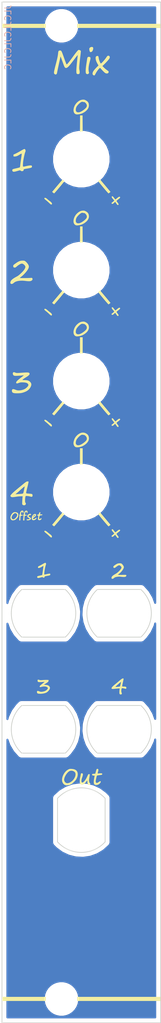
<source format=kicad_pcb>
(kicad_pcb (version 20171130) (host pcbnew "(5.1.10)-1")

  (general
    (thickness 1.6)
    (drawings 0)
    (tracks 0)
    (zones 0)
    (modules 11)
    (nets 1)
  )

  (page A4)
  (layers
    (0 F.Cu signal)
    (31 B.Cu signal)
    (32 B.Adhes user)
    (33 F.Adhes user)
    (34 B.Paste user)
    (35 F.Paste user)
    (36 B.SilkS user)
    (37 F.SilkS user)
    (38 B.Mask user)
    (39 F.Mask user)
    (40 Dwgs.User user)
    (41 Cmts.User user)
    (42 Eco1.User user)
    (43 Eco2.User user)
    (44 Edge.Cuts user)
    (45 Margin user)
    (46 B.CrtYd user)
    (47 F.CrtYd user)
    (48 B.Fab user)
    (49 F.Fab user)
  )

  (setup
    (last_trace_width 0.25)
    (trace_clearance 0.2)
    (zone_clearance 0.508)
    (zone_45_only no)
    (trace_min 0.2)
    (via_size 0.8)
    (via_drill 0.4)
    (via_min_size 0.4)
    (via_min_drill 0.3)
    (uvia_size 0.3)
    (uvia_drill 0.1)
    (uvias_allowed no)
    (uvia_min_size 0.2)
    (uvia_min_drill 0.1)
    (edge_width 0.05)
    (segment_width 0.2)
    (pcb_text_width 0.3)
    (pcb_text_size 1.5 1.5)
    (mod_edge_width 0.12)
    (mod_text_size 1 1)
    (mod_text_width 0.15)
    (pad_size 1.524 1.524)
    (pad_drill 0.762)
    (pad_to_mask_clearance 0)
    (aux_axis_origin 0 0)
    (visible_elements FEFFFF7F)
    (pcbplotparams
      (layerselection 0x010f0_ffffffff)
      (usegerberextensions false)
      (usegerberattributes false)
      (usegerberadvancedattributes true)
      (creategerberjobfile false)
      (excludeedgelayer true)
      (linewidth 0.100000)
      (plotframeref false)
      (viasonmask false)
      (mode 1)
      (useauxorigin false)
      (hpglpennumber 1)
      (hpglpenspeed 20)
      (hpglpendiameter 15.000000)
      (psnegative false)
      (psa4output false)
      (plotreference true)
      (plotvalue true)
      (plotinvisibletext false)
      (padsonsilk false)
      (subtractmaskfromsilk false)
      (outputformat 1)
      (mirror false)
      (drillshape 0)
      (scaleselection 1)
      (outputdirectory "Gerber/"))
  )

  (net 0 "")

  (net_class Default "This is the default net class."
    (clearance 0.2)
    (trace_width 0.25)
    (via_dia 0.8)
    (via_drill 0.4)
    (uvia_dia 0.3)
    (uvia_drill 0.1)
  )

  (module Eurorack_Front:Hole_Audiojack (layer F.Cu) (tedit 60867103) (tstamp 60AB6DEA)
    (at 10 102.985 90)
    (fp_text reference REF** (at 0 4.6 90) (layer Dwgs.User) hide
      (effects (font (size 1 1) (thickness 0.15)))
    )
    (fp_text value Hole_Audiojack (at 0 -4.5 90) (layer Dwgs.User) hide
      (effects (font (size 1 1) (thickness 0.15)))
    )
    (fp_arc (start 0 0) (end -2.739981 -2.999999) (angle -95.18738774) (layer Edge.Cuts) (width 0.1))
    (fp_arc (start 0 0) (end 2.739981 2.999999) (angle -95.18738774) (layer Edge.Cuts) (width 0.1))
    (fp_line (start -2.739982 3) (end 2.739982 3) (layer Edge.Cuts) (width 0.1))
    (fp_line (start -2.739982 -3) (end 2.739982 -3) (layer Edge.Cuts) (width 0.1))
  )

  (module Eurorack_Front:Hole_Audiojack (layer F.Cu) (tedit 60867103) (tstamp 60AB6D93)
    (at 14.7625 91.555)
    (fp_text reference REF** (at 0 4.6) (layer Dwgs.User) hide
      (effects (font (size 1 1) (thickness 0.15)))
    )
    (fp_text value Hole_Audiojack (at 0 -4.5) (layer Dwgs.User) hide
      (effects (font (size 1 1) (thickness 0.15)))
    )
    (fp_arc (start 0 0) (end -2.739981 -2.999999) (angle -95.18738774) (layer Edge.Cuts) (width 0.1))
    (fp_arc (start 0 0) (end 2.739981 2.999999) (angle -95.18738774) (layer Edge.Cuts) (width 0.1))
    (fp_line (start -2.739982 3) (end 2.739982 3) (layer Edge.Cuts) (width 0.1))
    (fp_line (start -2.739982 -3) (end 2.739982 -3) (layer Edge.Cuts) (width 0.1))
  )

  (module Eurorack_Front:Hole_Audiojack (layer F.Cu) (tedit 60867103) (tstamp 60AB6D37)
    (at 5.2375 91.555)
    (fp_text reference REF** (at 0 4.6) (layer Dwgs.User) hide
      (effects (font (size 1 1) (thickness 0.15)))
    )
    (fp_text value Hole_Audiojack (at 0 -4.5) (layer Dwgs.User) hide
      (effects (font (size 1 1) (thickness 0.15)))
    )
    (fp_arc (start 0 0) (end -2.739981 -2.999999) (angle -95.18738774) (layer Edge.Cuts) (width 0.1))
    (fp_arc (start 0 0) (end 2.739981 2.999999) (angle -95.18738774) (layer Edge.Cuts) (width 0.1))
    (fp_line (start -2.739982 3) (end 2.739982 3) (layer Edge.Cuts) (width 0.1))
    (fp_line (start -2.739982 -3) (end 2.739982 -3) (layer Edge.Cuts) (width 0.1))
  )

  (module Eurorack_Front:Hole_Audiojack (layer F.Cu) (tedit 60867103) (tstamp 60AB6CD7)
    (at 14.7625 76.95)
    (fp_text reference REF** (at 0 4.6) (layer Dwgs.User) hide
      (effects (font (size 1 1) (thickness 0.15)))
    )
    (fp_text value Hole_Audiojack (at 0 -4.5) (layer Dwgs.User) hide
      (effects (font (size 1 1) (thickness 0.15)))
    )
    (fp_arc (start 0 0) (end -2.739981 -2.999999) (angle -95.18738774) (layer Edge.Cuts) (width 0.1))
    (fp_arc (start 0 0) (end 2.739981 2.999999) (angle -95.18738774) (layer Edge.Cuts) (width 0.1))
    (fp_line (start -2.739982 3) (end 2.739982 3) (layer Edge.Cuts) (width 0.1))
    (fp_line (start -2.739982 -3) (end 2.739982 -3) (layer Edge.Cuts) (width 0.1))
  )

  (module Eurorack_Front:Hole_Audiojack (layer F.Cu) (tedit 60867103) (tstamp 60AB6BF5)
    (at 5.2375 76.95)
    (fp_text reference REF** (at 0 4.6) (layer Dwgs.User) hide
      (effects (font (size 1 1) (thickness 0.15)))
    )
    (fp_text value Hole_Audiojack (at 0 -4.5) (layer Dwgs.User) hide
      (effects (font (size 1 1) (thickness 0.15)))
    )
    (fp_arc (start 0 0) (end -2.739981 -2.999999) (angle -95.18738774) (layer Edge.Cuts) (width 0.1))
    (fp_arc (start 0 0) (end 2.739981 2.999999) (angle -95.18738774) (layer Edge.Cuts) (width 0.1))
    (fp_line (start -2.739982 3) (end 2.739982 3) (layer Edge.Cuts) (width 0.1))
    (fp_line (start -2.739982 -3) (end 2.739982 -3) (layer Edge.Cuts) (width 0.1))
  )

  (module Eurorack_Front:Hole_D6.1mm (layer F.Cu) (tedit 6038E629) (tstamp 60AB6B89)
    (at 10 61.695)
    (fp_text reference REF** (at 0 4.6) (layer Dwgs.User) hide
      (effects (font (size 1 1) (thickness 0.15)))
    )
    (fp_text value Hole_D6.1mm (at 0 -4.5) (layer Dwgs.User) hide
      (effects (font (size 1 1) (thickness 0.15)))
    )
    (pad "" np_thru_hole circle (at 0 0) (size 6.1 6.1) (drill 6.1) (layers *.Cu *.Mask))
  )

  (module Eurorack_Front:Hole_D6.1mm (layer F.Cu) (tedit 6038E629) (tstamp 60AB6B81)
    (at 10 47.725)
    (fp_text reference REF** (at 0 4.6) (layer Dwgs.User) hide
      (effects (font (size 1 1) (thickness 0.15)))
    )
    (fp_text value Hole_D6.1mm (at 0 -4.5) (layer Dwgs.User) hide
      (effects (font (size 1 1) (thickness 0.15)))
    )
    (pad "" np_thru_hole circle (at 0 0) (size 6.1 6.1) (drill 6.1) (layers *.Cu *.Mask))
  )

  (module Eurorack_Front:Hole_D6.1mm (layer F.Cu) (tedit 6038E629) (tstamp 60AB6B79)
    (at 10 33.755)
    (fp_text reference REF** (at 0 4.6) (layer Dwgs.User) hide
      (effects (font (size 1 1) (thickness 0.15)))
    )
    (fp_text value Hole_D6.1mm (at 0 -4.5) (layer Dwgs.User) hide
      (effects (font (size 1 1) (thickness 0.15)))
    )
    (pad "" np_thru_hole circle (at 0 0) (size 6.1 6.1) (drill 6.1) (layers *.Cu *.Mask))
  )

  (module Eurorack_Front:Hole_D6.1mm (layer F.Cu) (tedit 6038E629) (tstamp 60AB6B5A)
    (at 10 19.785)
    (fp_text reference REF** (at 0 4.6) (layer Dwgs.User) hide
      (effects (font (size 1 1) (thickness 0.15)))
    )
    (fp_text value Hole_D6.1mm (at 0 -4.5) (layer Dwgs.User) hide
      (effects (font (size 1 1) (thickness 0.15)))
    )
    (pad "" np_thru_hole circle (at 0 0) (size 6.1 6.1) (drill 6.1) (layers *.Cu *.Mask))
  )

  (module "Front:4CH Mixer Frontpanel Druck" (layer F.Cu) (tedit 0) (tstamp 60AB69BB)
    (at 10 64.25)
    (fp_text reference G*** (at 0 0) (layer F.SilkS) hide
      (effects (font (size 1.524 1.524) (thickness 0.3)))
    )
    (fp_text value LOGO (at 0.75 0) (layer F.SilkS) hide
      (effects (font (size 1.524 1.524) (thickness 0.3)))
    )
    (fp_poly (pts (xy 10.018889 64.262) (xy -10.018888 64.262) (xy -10.018888 -64.233778) (xy -9.990666 -64.233778)
      (xy -9.990666 -61.496223) (xy -4.487333 -61.496223) (xy -4.487333 -60.988223) (xy -9.990666 -60.988223)
      (xy -9.990666 60.988222) (xy -4.487333 60.988222) (xy -4.487333 61.496222) (xy -9.990666 61.496222)
      (xy -9.990666 64.233777) (xy 9.990667 64.233777) (xy 9.990667 61.496222) (xy -0.508 61.496222)
      (xy -0.508 60.988222) (xy 9.990667 60.988222) (xy 9.990667 -60.988223) (xy -0.508 -60.988223)
      (xy -0.508 -61.496223) (xy 9.990667 -61.496223) (xy 9.990667 -64.233778) (xy -9.990666 -64.233778)
      (xy -10.018888 -64.233778) (xy -10.018888 -64.262) (xy 10.018889 -64.262) (xy 10.018889 64.262)) (layer F.SilkS) (width 0.01))
    (fp_poly (pts (xy -1.207447 32.291756) (xy -0.977397 32.319708) (xy -0.790507 32.380614) (xy -0.64318 32.47581)
      (xy -0.601069 32.516647) (xy -0.512811 32.651117) (xy -0.463896 32.816649) (xy -0.453845 33.004298)
      (xy -0.482179 33.205125) (xy -0.548419 33.410186) (xy -0.652087 33.610541) (xy -0.660358 33.623576)
      (xy -0.761342 33.757024) (xy -0.893468 33.897978) (xy -1.041841 34.033001) (xy -1.191568 34.148655)
      (xy -1.327755 34.231499) (xy -1.341487 34.238134) (xy -1.483151 34.290204) (xy -1.640825 34.325305)
      (xy -1.798698 34.342014) (xy -1.940956 34.338906) (xy -2.051786 34.314558) (xy -2.074333 34.304123)
      (xy -2.185674 34.229719) (xy -2.274761 34.134157) (xy -2.35462 34.006328) (xy -2.413396 33.842295)
      (xy -2.429363 33.660358) (xy -2.173111 33.660358) (xy -2.150155 33.781781) (xy -2.090044 33.904207)
      (xy -2.005916 34.003014) (xy -1.979465 34.023351) (xy -1.86007 34.080067) (xy -1.728467 34.092643)
      (xy -1.577297 34.060673) (xy -1.416001 33.992264) (xy -1.245275 33.886582) (xy -1.092588 33.753291)
      (xy -0.961415 33.599987) (xy -0.855232 33.434267) (xy -0.777513 33.263728) (xy -0.731733 33.095969)
      (xy -0.721369 32.938585) (xy -0.749894 32.799175) (xy -0.819035 32.6872) (xy -0.946067 32.588444)
      (xy -1.099329 32.527382) (xy -1.262732 32.507268) (xy -1.420185 32.531358) (xy -1.477618 32.553967)
      (xy -1.616415 32.644899) (xy -1.755142 32.779255) (xy -1.885952 32.944551) (xy -2.000998 33.128305)
      (xy -2.092433 33.318034) (xy -2.152411 33.501254) (xy -2.173111 33.660358) (xy -2.429363 33.660358)
      (xy -2.429916 33.654066) (xy -2.407874 33.450222) (xy -2.350965 33.239346) (xy -2.262882 33.030022)
      (xy -2.147321 32.830831) (xy -2.007976 32.650356) (xy -1.848542 32.497181) (xy -1.672712 32.379886)
      (xy -1.64937 32.36798) (xy -1.560371 32.326056) (xy -1.48935 32.300806) (xy -1.417332 32.288957)
      (xy -1.325345 32.287237) (xy -1.207447 32.291756)) (layer F.SilkS) (width 0.01))
    (fp_poly (pts (xy 2.102502 32.300195) (xy 2.140647 32.345675) (xy 2.148095 32.428) (xy 2.126202 32.552508)
      (xy 2.11288 32.603364) (xy 2.079117 32.729716) (xy 2.063171 32.810767) (xy 2.066828 32.855336)
      (xy 2.09187 32.872242) (xy 2.140082 32.870303) (xy 2.166056 32.866259) (xy 2.25611 32.855489)
      (xy 2.370203 32.847257) (xy 2.436438 32.844621) (xy 2.551308 32.8495) (xy 2.61683 32.873325)
      (xy 2.637907 32.919464) (xy 2.626021 32.974826) (xy 2.609761 33.001771) (xy 2.577291 33.021957)
      (xy 2.518321 33.038354) (xy 2.422564 33.053932) (xy 2.29795 33.069527) (xy 2.171508 33.086121)
      (xy 2.066091 33.103168) (xy 1.994212 33.118443) (xy 1.969192 33.127963) (xy 1.952889 33.165254)
      (xy 1.929466 33.244749) (xy 1.901912 33.353121) (xy 1.873216 33.477041) (xy 1.84637 33.603183)
      (xy 1.824362 33.718218) (xy 1.810181 33.80882) (xy 1.806478 33.853331) (xy 1.8247 33.950265)
      (xy 1.872738 34.024999) (xy 1.939723 34.062451) (xy 1.958451 34.064222) (xy 2.013914 34.048289)
      (xy 2.09523 34.006704) (xy 2.176892 33.953887) (xy 2.290807 33.877731) (xy 2.369621 33.839502)
      (xy 2.418996 33.838081) (xy 2.444593 33.872352) (xy 2.449965 33.899996) (xy 2.433951 33.975292)
      (xy 2.37807 34.063464) (xy 2.293024 34.152306) (xy 2.189514 34.229615) (xy 2.134185 34.260128)
      (xy 1.998906 34.303993) (xy 1.856693 34.314719) (xy 1.732196 34.290501) (xy 1.730257 34.289729)
      (xy 1.670634 34.248441) (xy 1.617656 34.187366) (xy 1.585244 34.098298) (xy 1.571621 33.964521)
      (xy 1.576613 33.794489) (xy 1.600045 33.596657) (xy 1.633607 33.416308) (xy 1.656806 33.300725)
      (xy 1.67244 33.207233) (xy 1.67856 33.148503) (xy 1.676866 33.135236) (xy 1.642163 33.127951)
      (xy 1.574003 33.127716) (xy 1.554913 33.12886) (xy 1.454049 33.11815) (xy 1.385567 33.074337)
      (xy 1.358893 33.004568) (xy 1.360221 32.981204) (xy 1.37105 32.949032) (xy 1.400578 32.928974)
      (xy 1.461368 32.916514) (xy 1.565986 32.907135) (xy 1.566334 32.907111) (xy 1.763889 32.893)
      (xy 1.828992 32.653111) (xy 1.869785 32.505464) (xy 1.901148 32.403865) (xy 1.927836 32.339727)
      (xy 1.954609 32.304466) (xy 1.986223 32.289497) (xy 2.027436 32.286235) (xy 2.032305 32.286222)
      (xy 2.102502 32.300195)) (layer F.SilkS) (width 0.01))
    (fp_poly (pts (xy 0.135109 32.853969) (xy 0.182363 32.899909) (xy 0.197713 32.988131) (xy 0.181243 33.114409)
      (xy 0.133036 33.274519) (xy 0.126488 33.292187) (xy 0.062424 33.486861) (xy 0.024018 33.65864)
      (xy 0.011253 33.802073) (xy 0.024108 33.911705) (xy 0.062566 33.982083) (xy 0.126609 34.007755)
      (xy 0.128915 34.007777) (xy 0.204258 33.983767) (xy 0.296146 33.91753) (xy 0.396765 33.81776)
      (xy 0.498305 33.693149) (xy 0.592953 33.552391) (xy 0.672897 33.404179) (xy 0.674584 33.400572)
      (xy 0.749919 33.238961) (xy 0.8057 33.121369) (xy 0.846558 33.040814) (xy 0.877121 32.990313)
      (xy 0.902021 32.962885) (xy 0.925887 32.951546) (xy 0.953348 32.949315) (xy 0.973722 32.949444)
      (xy 1.030334 32.954693) (xy 1.052854 32.981841) (xy 1.055429 33.047992) (xy 1.055422 33.048222)
      (xy 1.049225 33.118779) (xy 1.034976 33.227055) (xy 1.015139 33.355313) (xy 1.002512 33.429222)
      (xy 0.979274 33.572355) (xy 0.968496 33.678407) (xy 0.969493 33.765191) (xy 0.981583 33.850518)
      (xy 0.985602 33.870565) (xy 1.013418 33.967658) (xy 1.049576 34.047277) (xy 1.07379 34.079551)
      (xy 1.12181 34.148229) (xy 1.119121 34.211978) (xy 1.071301 34.261618) (xy 0.983927 34.287974)
      (xy 0.94592 34.29) (xy 0.893593 34.27913) (xy 0.852958 34.237762) (xy 0.817685 34.170055)
      (xy 0.781687 34.056476) (xy 0.76342 33.928469) (xy 0.76262 33.901944) (xy 0.75782 33.819155)
      (xy 0.746155 33.765376) (xy 0.73608 33.753777) (xy 0.706066 33.775624) (xy 0.663592 33.829939)
      (xy 0.651615 33.848505) (xy 0.589772 33.93088) (xy 0.503531 34.023964) (xy 0.407386 34.114224)
      (xy 0.315828 34.188127) (xy 0.243349 34.232141) (xy 0.238831 34.233957) (xy 0.127508 34.258566)
      (xy 0.014843 34.255429) (xy -0.058007 34.232718) (xy -0.125214 34.166169) (xy -0.171203 34.054595)
      (xy -0.195218 33.905581) (xy -0.196503 33.726706) (xy -0.174303 33.525553) (xy -0.143729 33.372777)
      (xy -0.115749 33.24789) (xy -0.091312 33.127083) (xy -0.075197 33.034138) (xy -0.073957 33.025307)
      (xy -0.060824 32.945311) (xy -0.047412 32.890098) (xy -0.043358 32.880547) (xy 0.00462 32.84931)
      (xy 0.079385 32.842129) (xy 0.135109 32.853969)) (layer F.SilkS) (width 0.01))
    (fp_poly (pts (xy 5.297247 20.91163) (xy 5.325033 20.922513) (xy 5.324537 20.954277) (xy 5.312375 21.03135)
      (xy 5.290362 21.144232) (xy 5.260311 21.283419) (xy 5.235691 21.390457) (xy 5.200919 21.544786)
      (xy 5.173006 21.68185) (xy 5.153802 21.791415) (xy 5.145162 21.863246) (xy 5.146171 21.885082)
      (xy 5.16936 21.909244) (xy 5.223085 21.922928) (xy 5.318272 21.928327) (xy 5.363192 21.928666)
      (xy 5.501769 21.933378) (xy 5.59318 21.950464) (xy 5.646143 21.984348) (xy 5.669373 22.039457)
      (xy 5.672667 22.085767) (xy 5.664189 22.157542) (xy 5.632854 22.194444) (xy 5.569815 22.19976)
      (xy 5.46622 22.176778) (xy 5.444597 22.170489) (xy 5.337379 22.144601) (xy 5.232751 22.128661)
      (xy 5.190106 22.126222) (xy 5.128067 22.128945) (xy 5.093071 22.146434) (xy 5.071905 22.192665)
      (xy 5.053747 22.270448) (xy 5.039362 22.379243) (xy 5.03781 22.495844) (xy 5.047882 22.602168)
      (xy 5.068371 22.680133) (xy 5.082648 22.703366) (xy 5.106067 22.761947) (xy 5.100232 22.83487)
      (xy 5.074356 22.882577) (xy 5.011154 22.911723) (xy 4.928856 22.911627) (xy 4.855847 22.883571)
      (xy 4.842127 22.872095) (xy 4.814784 22.81158) (xy 4.801328 22.702787) (xy 4.801979 22.552202)
      (xy 4.816957 22.366314) (xy 4.823212 22.313102) (xy 4.843883 22.147204) (xy 4.602108 22.163874)
      (xy 4.452543 22.176191) (xy 4.289125 22.192723) (xy 4.146255 22.20998) (xy 4.141305 22.210656)
      (xy 3.983674 22.223841) (xy 3.875973 22.213009) (xy 3.81824 22.177881) (xy 3.810509 22.118181)
      (xy 3.852817 22.033632) (xy 3.91408 21.9609) (xy 4.294546 21.9609) (xy 4.31578 21.970975)
      (xy 4.386584 21.972717) (xy 4.500742 21.966406) (xy 4.652043 21.952324) (xy 4.762393 21.939739)
      (xy 4.843993 21.923049) (xy 4.88483 21.893031) (xy 4.896573 21.863453) (xy 4.909631 21.807378)
      (xy 4.931347 21.714302) (xy 4.957529 21.602189) (xy 4.963674 21.575888) (xy 4.986862 21.470645)
      (xy 5.00229 21.388634) (xy 5.007486 21.343487) (xy 5.0066 21.339068) (xy 4.981311 21.350278)
      (xy 4.923234 21.392617) (xy 4.840834 21.458692) (xy 4.742578 21.541108) (xy 4.636932 21.632473)
      (xy 4.532363 21.725393) (xy 4.437336 21.812474) (xy 4.360317 21.886323) (xy 4.309774 21.939546)
      (xy 4.294546 21.9609) (xy 3.91408 21.9609) (xy 3.945199 21.923957) (xy 4.087692 21.788879)
      (xy 4.209398 21.685518) (xy 4.316682 21.597002) (xy 4.448445 21.487745) (xy 4.585944 21.373308)
      (xy 4.682266 21.292851) (xy 4.839611 21.16201) (xy 4.960738 21.063767) (xy 5.052017 20.993675)
      (xy 5.119813 20.947285) (xy 5.170497 20.920149) (xy 5.210435 20.907819) (xy 5.236632 20.905611)
      (xy 5.297247 20.91163)) (layer F.SilkS) (width 0.01))
    (fp_poly (pts (xy -5.318314 21.076765) (xy -5.273154 21.093872) (xy -5.218395 21.111313) (xy -5.150837 21.119992)
      (xy -5.057979 21.120286) (xy -4.927325 21.112573) (xy -4.852455 21.106555) (xy -4.697961 21.095842)
      (xy -4.540644 21.08884) (xy -4.402534 21.086349) (xy -4.331136 21.087627) (xy -4.134555 21.096111)
      (xy -4.134555 21.193453) (xy -4.139715 21.241669) (xy -4.159587 21.286702) (xy -4.200759 21.334645)
      (xy -4.269818 21.39159) (xy -4.373355 21.46363) (xy -4.517955 21.556859) (xy -4.548056 21.575859)
      (xy -4.727222 21.688718) (xy -4.505959 21.708804) (xy -4.383743 21.725255) (xy -4.269502 21.749729)
      (xy -4.186488 21.777161) (xy -4.181775 21.779389) (xy -4.088524 21.845017) (xy -4.010478 21.93521)
      (xy -3.961234 22.031718) (xy -3.951111 22.089) (xy -3.97385 22.19599) (xy -4.035491 22.318475)
      (xy -4.126169 22.443531) (xy -4.236017 22.55823) (xy -4.355171 22.649648) (xy -4.397548 22.673908)
      (xy -4.565796 22.740825) (xy -4.768863 22.790688) (xy -4.987243 22.821081) (xy -5.201428 22.829585)
      (xy -5.39191 22.813786) (xy -5.443481 22.803485) (xy -5.526382 22.7728) (xy -5.570722 22.720932)
      (xy -5.586752 22.63337) (xy -5.587567 22.599482) (xy -5.581401 22.526372) (xy -5.555391 22.490289)
      (xy -5.521452 22.477484) (xy -5.453326 22.477765) (xy -5.367064 22.499335) (xy -5.345063 22.50797)
      (xy -5.220545 22.55754) (xy -5.121863 22.583205) (xy -5.025141 22.587786) (xy -4.9065 22.574106)
      (xy -4.856425 22.565708) (xy -4.661432 22.520487) (xy -4.507627 22.457126) (xy -4.38088 22.368703)
      (xy -4.309019 22.297518) (xy -4.236328 22.204514) (xy -4.209644 22.131519) (xy -4.227443 22.068097)
      (xy -4.268611 22.020957) (xy -4.375415 21.95582) (xy -4.518874 21.915837) (xy -4.68445 21.902394)
      (xy -4.857602 21.916874) (xy -4.99797 21.951529) (xy -5.12435 21.985935) (xy -5.20582 21.988396)
      (xy -5.244615 21.958009) (xy -5.242969 21.893868) (xy -5.230992 21.857264) (xy -5.202782 21.82229)
      (xy -5.138941 21.761185) (xy -5.048602 21.682205) (xy -4.940895 21.593603) (xy -4.927603 21.583006)
      (xy -4.792506 21.47404) (xy -4.700297 21.395295) (xy -4.648248 21.343746) (xy -4.633635 21.316364)
      (xy -4.653733 21.310123) (xy -4.688166 21.317019) (xy -4.74279 21.325664) (xy -4.839388 21.335478)
      (xy -4.963543 21.345161) (xy -5.08 21.35232) (xy -5.246914 21.358639) (xy -5.365424 21.353736)
      (xy -5.443164 21.333152) (xy -5.487768 21.292426) (xy -5.506869 21.227099) (xy -5.508102 21.13271)
      (xy -5.506457 21.103166) (xy -5.480478 21.064087) (xy -5.414968 21.055175) (xy -5.318314 21.076765)) (layer F.SilkS) (width 0.01))
    (fp_poly (pts (xy 4.939205 6.409789) (xy 5.011659 6.422554) (xy 5.068658 6.450932) (xy 5.110802 6.4835)
      (xy 5.197836 6.572199) (xy 5.275493 6.678497) (xy 5.333399 6.785514) (xy 5.361183 6.876371)
      (xy 5.362223 6.892685) (xy 5.34073 6.998841) (xy 5.281003 7.128739) (xy 5.190168 7.272533)
      (xy 5.075348 7.420372) (xy 4.943671 7.562408) (xy 4.802261 7.688792) (xy 4.765731 7.717158)
      (xy 4.679335 7.785171) (xy 4.635431 7.828844) (xy 4.628933 7.854202) (xy 4.642065 7.863605)
      (xy 4.684929 7.868808) (xy 4.773809 7.871781) (xy 4.898319 7.872441) (xy 5.048073 7.870705)
      (xy 5.169264 7.867822) (xy 5.353683 7.863033) (xy 5.488675 7.86209) (xy 5.581222 7.86681)
      (xy 5.638302 7.879011) (xy 5.666899 7.900512) (xy 5.673993 7.93313) (xy 5.666564 7.978684)
      (xy 5.662276 7.996224) (xy 5.62955 8.057201) (xy 5.56395 8.098541) (xy 5.460868 8.120928)
      (xy 5.315694 8.125045) (xy 5.123821 8.111575) (xy 4.989569 8.096005) (xy 4.823547 8.080016)
      (xy 4.681358 8.080404) (xy 4.532757 8.097368) (xy 4.521991 8.099076) (xy 4.370325 8.128001)
      (xy 4.260075 8.161987) (xy 4.176229 8.207406) (xy 4.103775 8.270627) (xy 4.094359 8.28054)
      (xy 4.026667 8.327824) (xy 3.94373 8.353834) (xy 3.867652 8.354039) (xy 3.828815 8.334962)
      (xy 3.816165 8.296456) (xy 3.810093 8.227153) (xy 3.81 8.217236) (xy 3.837513 8.119073)
      (xy 3.918614 8.014118) (xy 4.051147 7.904444) (xy 4.232955 7.792123) (xy 4.276625 7.768692)
      (xy 4.430843 7.674694) (xy 4.586725 7.556616) (xy 4.735152 7.423711) (xy 4.867001 7.285235)
      (xy 4.973153 7.150445) (xy 5.044487 7.028594) (xy 5.066359 6.967306) (xy 5.068738 6.908948)
      (xy 5.040094 6.848129) (xy 4.992212 6.788201) (xy 4.900483 6.697735) (xy 4.818782 6.654574)
      (xy 4.733347 6.654836) (xy 4.641309 6.68927) (xy 4.549341 6.742875) (xy 4.447005 6.815633)
      (xy 4.393518 6.859527) (xy 4.280018 6.944748) (xy 4.183684 6.987589) (xy 4.109685 6.986659)
      (xy 4.066603 6.947529) (xy 4.039065 6.87746) (xy 4.04375 6.816894) (xy 4.085928 6.755463)
      (xy 4.170867 6.682796) (xy 4.219049 6.647508) (xy 4.374617 6.54282) (xy 4.504526 6.472176)
      (xy 4.62322 6.429898) (xy 4.745145 6.410311) (xy 4.830891 6.407064) (xy 4.939205 6.409789)) (layer F.SilkS) (width 0.01))
    (fp_poly (pts (xy -4.485589 6.3737) (xy -4.451908 6.435591) (xy -4.448249 6.52186) (xy -4.47128 6.602941)
      (xy -4.503094 6.693245) (xy -4.53636 6.817375) (xy -4.569471 6.965267) (xy -4.600821 7.126854)
      (xy -4.628805 7.292071) (xy -4.651816 7.450853) (xy -4.66825 7.593133) (xy -4.676499 7.708846)
      (xy -4.674959 7.787928) (xy -4.665196 7.818443) (xy -4.628785 7.822097) (xy -4.552909 7.812948)
      (xy -4.452581 7.79296) (xy -4.430888 7.78783) (xy -4.303624 7.759209) (xy -4.175021 7.733941)
      (xy -4.074876 7.717783) (xy -3.989904 7.708669) (xy -3.945183 7.713257) (xy -3.925178 7.736662)
      (xy -3.917026 7.769757) (xy -3.91379 7.841111) (xy -3.941707 7.891117) (xy -4.008874 7.926551)
      (xy -4.123389 7.954194) (xy -4.141179 7.957394) (xy -4.316232 7.988275) (xy -4.443362 8.011811)
      (xy -4.530232 8.030444) (xy -4.584509 8.046623) (xy -4.613857 8.062791) (xy -4.625941 8.081396)
      (xy -4.628425 8.104882) (xy -4.628444 8.11287) (xy -4.650959 8.175148) (xy -4.70716 8.208481)
      (xy -4.78003 8.208727) (xy -4.852551 8.171746) (xy -4.856412 8.168351) (xy -4.887121 8.146499)
      (xy -4.924698 8.139747) (xy -4.984018 8.14879) (xy -5.079952 8.174319) (xy -5.098523 8.179643)
      (xy -5.242312 8.219298) (xy -5.344479 8.242345) (xy -5.4168 8.250474) (xy -5.47105 8.245371)
      (xy -5.498843 8.237026) (xy -5.548296 8.194561) (xy -5.564147 8.131042) (xy -5.547067 8.06851)
      (xy -5.497728 8.029005) (xy -5.492458 8.027512) (xy -5.435205 8.013299) (xy -5.340059 7.989835)
      (xy -5.223951 7.961292) (xy -5.175329 7.949363) (xy -4.925519 7.888111) (xy -4.906922 7.761111)
      (xy -4.868497 7.495612) (xy -4.835736 7.262936) (xy -4.809178 7.067219) (xy -4.789361 6.912594)
      (xy -4.776824 6.803198) (xy -4.772105 6.743167) (xy -4.773041 6.732686) (xy -4.800367 6.741334)
      (xy -4.863008 6.773454) (xy -4.948453 6.822534) (xy -4.966035 6.83312) (xy -5.117322 6.915143)
      (xy -5.253528 6.97035) (xy -5.363992 6.994924) (xy -5.413736 6.993329) (xy -5.451925 6.959536)
      (xy -5.461 6.899946) (xy -5.455551 6.851652) (xy -5.431481 6.8149) (xy -5.377202 6.778479)
      (xy -5.291666 6.736115) (xy -5.191729 6.685976) (xy -5.064228 6.617521) (xy -4.929725 6.54193)
      (xy -4.86345 6.503282) (xy -4.750668 6.439689) (xy -4.650498 6.388978) (xy -4.575901 6.357393)
      (xy -4.545252 6.35) (xy -4.485589 6.3737)) (layer F.SilkS) (width 0.01))
    (fp_poly (pts (xy 3.964265 2.134315) (xy 4.00231 2.165432) (xy 4.058638 2.230447) (xy 4.121348 2.315565)
      (xy 4.124031 2.319503) (xy 4.18557 2.404535) (xy 4.239765 2.469651) (xy 4.275374 2.501406)
      (xy 4.276555 2.501912) (xy 4.314092 2.491247) (xy 4.38242 2.449854) (xy 4.47048 2.384878)
      (xy 4.519445 2.344946) (xy 4.646305 2.24622) (xy 4.743319 2.190204) (xy 4.815291 2.175055)
      (xy 4.867029 2.19893) (xy 4.875501 2.208388) (xy 4.892641 2.252402) (xy 4.874019 2.304355)
      (xy 4.815374 2.370259) (xy 4.712442 2.456125) (xy 4.684889 2.477189) (xy 4.593738 2.548137)
      (xy 4.517279 2.611298) (xy 4.469355 2.655145) (xy 4.463938 2.661149) (xy 4.44584 2.686444)
      (xy 4.441512 2.712392) (xy 4.455605 2.748846) (xy 4.492774 2.805663) (xy 4.557673 2.892696)
      (xy 4.598476 2.946058) (xy 4.671402 3.053918) (xy 4.699624 3.131214) (xy 4.683251 3.181704)
      (xy 4.62239 3.209143) (xy 4.606138 3.212012) (xy 4.568333 3.205418) (xy 4.524459 3.169414)
      (xy 4.466905 3.096377) (xy 4.41597 3.021512) (xy 4.353939 2.930806) (xy 4.302354 2.861708)
      (xy 4.269618 2.82524) (xy 4.264055 2.822222) (xy 4.234606 2.840355) (xy 4.177679 2.887781)
      (xy 4.109155 2.950881) (xy 4.023208 3.026205) (xy 3.958485 3.063837) (xy 3.902169 3.07111)
      (xy 3.899495 3.070826) (xy 3.836185 3.042944) (xy 3.812298 2.991187) (xy 3.831658 2.935036)
      (xy 3.867229 2.906469) (xy 3.926098 2.867322) (xy 3.997483 2.809692) (xy 4.067526 2.746236)
      (xy 4.122371 2.689614) (xy 4.148161 2.652485) (xy 4.148667 2.649359) (xy 4.130756 2.618168)
      (xy 4.083166 2.557592) (xy 4.015113 2.479149) (xy 3.993445 2.455333) (xy 3.907088 2.354776)
      (xy 3.857829 2.278884) (xy 3.838972 2.216713) (xy 3.838223 2.201578) (xy 3.850478 2.137038)
      (xy 3.891916 2.11655) (xy 3.964265 2.134315)) (layer F.SilkS) (width 0.01))
    (fp_poly (pts (xy -4.526672 2.319878) (xy -4.468122 2.340879) (xy -4.398628 2.383271) (xy -4.308213 2.4531)
      (xy -4.19204 2.551938) (xy -4.089847 2.637884) (xy -3.98963 2.717117) (xy -3.908292 2.776431)
      (xy -3.886926 2.79034) (xy -3.789458 2.871005) (xy -3.726147 2.96608) (xy -3.705137 3.061658)
      (xy -3.709463 3.093372) (xy -3.738973 3.147494) (xy -3.790622 3.156582) (xy -3.866593 3.119825)
      (xy -3.969067 3.036412) (xy -4.035777 2.972099) (xy -4.148233 2.865426) (xy -4.281667 2.747874)
      (xy -4.411079 2.641305) (xy -4.437944 2.620418) (xy -4.546595 2.533494) (xy -4.614518 2.46898)
      (xy -4.648764 2.419235) (xy -4.656666 2.383509) (xy -4.645102 2.331138) (xy -4.599479 2.314608)
      (xy -4.584255 2.314222) (xy -4.526672 2.319878)) (layer F.SilkS) (width 0.01))
    (fp_poly (pts (xy -2.317295 0.048489) (xy -2.258089 0.094704) (xy -2.198539 0.151744) (xy -2.155737 0.20366)
      (xy -2.144888 0.228875) (xy -2.162446 0.258822) (xy -2.211722 0.325073) (xy -2.28762 0.421573)
      (xy -2.385045 0.542269) (xy -2.4989 0.681108) (xy -2.62409 0.832036) (xy -2.755519 0.989001)
      (xy -2.888091 1.145949) (xy -3.01671 1.296826) (xy -3.136281 1.43558) (xy -3.241708 1.556158)
      (xy -3.327895 1.652505) (xy -3.389745 1.718568) (xy -3.422164 1.748295) (xy -3.424873 1.749357)
      (xy -3.463648 1.732076) (xy -3.526717 1.688454) (xy -3.566772 1.656249) (xy -3.676323 1.56356)
      (xy -3.287031 1.09928) (xy -3.150688 0.936648) (xy -3.007049 0.76527) (xy -2.867068 0.598216)
      (xy -2.741697 0.44856) (xy -2.643765 0.331611) (xy -2.550006 0.222154) (xy -2.467334 0.13038)
      (xy -2.403126 0.06413) (xy -2.364761 0.031244) (xy -2.359061 0.029049) (xy -2.317295 0.048489)) (layer F.SilkS) (width 0.01))
    (fp_poly (pts (xy 2.389158 0.049094) (xy 2.445538 0.103793) (xy 2.519134 0.183876) (xy 2.57339 0.246944)
      (xy 2.644425 0.331624) (xy 2.743978 0.450315) (xy 2.864299 0.593778) (xy 2.997638 0.752773)
      (xy 3.136248 0.918059) (xy 3.216964 1.014315) (xy 3.677034 1.562963) (xy 3.567128 1.655951)
      (xy 3.498192 1.709492) (xy 3.443796 1.743308) (xy 3.425846 1.749357) (xy 3.400899 1.728577)
      (xy 3.344306 1.669357) (xy 3.260473 1.576689) (xy 3.153807 1.455564) (xy 3.028714 1.310973)
      (xy 2.889601 1.147908) (xy 2.776735 1.014127) (xy 2.630263 0.838881) (xy 2.495676 0.676286)
      (xy 2.377251 0.531632) (xy 2.279265 0.410209) (xy 2.205995 0.317305) (xy 2.161721 0.258211)
      (xy 2.150114 0.239254) (xy 2.164538 0.19946) (xy 2.209067 0.142725) (xy 2.267896 0.084944)
      (xy 2.32522 0.042013) (xy 2.35911 0.029049) (xy 2.389158 0.049094)) (layer F.SilkS) (width 0.01))
    (fp_poly (pts (xy -8.263632 -0.026319) (xy -8.135513 0.007693) (xy -8.030226 0.066833) (xy -7.962178 0.146977)
      (xy -7.955389 0.16229) (xy -7.938293 0.257232) (xy -7.942377 0.378231) (xy -7.965176 0.500092)
      (xy -7.996675 0.584093) (xy -8.052831 0.667131) (xy -8.137071 0.764125) (xy -8.231571 0.85619)
      (xy -8.316885 0.923382) (xy -8.398427 0.958398) (xy -8.509617 0.984497) (xy -8.623813 0.99694)
      (xy -8.706555 0.992661) (xy -8.801208 0.948054) (xy -8.875914 0.862195) (xy -8.923129 0.748898)
      (xy -8.931876 0.657755) (xy -8.790167 0.657755) (xy -8.765467 0.739886) (xy -8.711541 0.811388)
      (xy -8.647708 0.861642) (xy -8.573244 0.871503) (xy -8.475559 0.844986) (xy -8.369488 0.783608)
      (xy -8.264829 0.686968) (xy -8.172979 0.570032) (xy -8.105338 0.447768) (xy -8.073304 0.335143)
      (xy -8.072175 0.315329) (xy -8.095554 0.241074) (xy -8.155238 0.166807) (xy -8.233599 0.109174)
      (xy -8.313011 0.084818) (xy -8.316329 0.084772) (xy -8.423719 0.110773) (xy -8.533343 0.18171)
      (xy -8.635318 0.287388) (xy -8.719756 0.417617) (xy -8.77577 0.558519) (xy -8.790167 0.657755)
      (xy -8.931876 0.657755) (xy -8.93531 0.621976) (xy -8.930794 0.582028) (xy -8.889089 0.435198)
      (xy -8.817897 0.289025) (xy -8.726833 0.157559) (xy -8.625512 0.054848) (xy -8.530755 -0.002459)
      (xy -8.400181 -0.031078) (xy -8.263632 -0.026319)) (layer F.SilkS) (width 0.01))
    (fp_poly (pts (xy -7.357036 -0.210393) (xy -7.304875 -0.15622) (xy -7.304695 -0.155825) (xy -7.288036 -0.051559)
      (xy -7.298666 0.004241) (xy -7.329046 0.076427) (xy -7.361039 0.105696) (xy -7.385696 0.089257)
      (xy -7.394222 0.034029) (xy -7.407153 -0.04122) (xy -7.439081 -0.087293) (xy -7.479705 -0.093768)
      (xy -7.502763 -0.075795) (xy -7.547793 -0.001185) (xy -7.588865 0.098935) (xy -7.615413 0.196203)
      (xy -7.62 0.238982) (xy -7.614867 0.283063) (xy -7.589372 0.303948) (xy -7.528369 0.310159)
      (xy -7.493 0.310444) (xy -7.401917 0.319282) (xy -7.362691 0.341085) (xy -7.374408 0.368788)
      (xy -7.436155 0.395327) (xy -7.505751 0.409035) (xy -7.645501 0.428255) (xy -7.66641 0.55985)
      (xy -7.67886 0.667717) (xy -7.686944 0.793585) (xy -7.688466 0.853722) (xy -7.691125 0.945483)
      (xy -7.700895 0.994189) (xy -7.722965 1.013197) (xy -7.751515 1.016) (xy -7.80657 0.995964)
      (xy -7.823076 0.966611) (xy -7.824645 0.91611) (xy -7.820066 0.827036) (xy -7.810313 0.71681)
      (xy -7.807734 0.692913) (xy -7.7966 0.546797) (xy -7.80145 0.452665) (xy -7.8119 0.421901)
      (xy -7.823503 0.372018) (xy -7.795764 0.30689) (xy -7.787164 0.293431) (xy -7.750102 0.225761)
      (xy -7.733037 0.172054) (xy -7.732917 0.169333) (xy -7.7167 0.066751) (xy -7.676732 -0.044548)
      (xy -7.623873 -0.136737) (xy -7.604849 -0.158827) (xy -7.524214 -0.211869) (xy -7.435879 -0.229001)
      (xy -7.357036 -0.210393)) (layer F.SilkS) (width 0.01))
    (fp_poly (pts (xy -6.873992 -0.214661) (xy -6.807442 -0.172606) (xy -6.779403 -0.092843) (xy -6.787066 -0.001724)
      (xy -6.813205 0.066464) (xy -6.846204 0.097018) (xy -6.874422 0.086122) (xy -6.886222 0.030792)
      (xy -6.899928 -0.047548) (xy -6.934663 -0.088466) (xy -6.980847 -0.084363) (xy -7.004942 -0.063401)
      (xy -7.052711 0.016201) (xy -7.091621 0.122394) (xy -7.111287 0.225345) (xy -7.112 0.2441)
      (xy -7.10605 0.285132) (xy -7.078203 0.304572) (xy -7.013464 0.310252) (xy -6.985 0.310444)
      (xy -6.894168 0.319147) (xy -6.855298 0.340574) (xy -6.867476 0.367702) (xy -6.929785 0.393506)
      (xy -6.997495 0.406344) (xy -7.136991 0.424848) (xy -7.158012 0.558146) (xy -7.170326 0.66717)
      (xy -7.177897 0.793807) (xy -7.179043 0.853722) (xy -7.180953 0.945358) (xy -7.190174 0.993997)
      (xy -7.211961 1.013049) (xy -7.242638 1.016) (xy -7.299832 1.005401) (xy -7.322718 0.989311)
      (xy -7.326477 0.951096) (xy -7.322687 0.871177) (xy -7.312229 0.76366) (xy -7.305125 0.706592)
      (xy -7.289613 0.572095) (xy -7.285806 0.484022) (xy -7.293635 0.433594) (xy -7.30288 0.418719)
      (xy -7.316773 0.381113) (xy -7.297544 0.318787) (xy -7.280733 0.28516) (xy -7.240413 0.190762)
      (xy -7.213334 0.094679) (xy -7.211622 0.084666) (xy -7.171077 -0.053399) (xy -7.101139 -0.153922)
      (xy -7.008203 -0.211235) (xy -6.898662 -0.219669) (xy -6.873992 -0.214661)) (layer F.SilkS) (width 0.01))
    (fp_poly (pts (xy -6.398344 0.181268) (xy -6.354701 0.216993) (xy -6.340695 0.280447) (xy -6.365567 0.323103)
      (xy -6.419476 0.329256) (xy -6.424182 0.327883) (xy -6.482288 0.330774) (xy -6.554258 0.359733)
      (xy -6.619502 0.403) (xy -6.65743 0.448815) (xy -6.660444 0.462831) (xy -6.638037 0.498284)
      (xy -6.580009 0.548627) (xy -6.518304 0.590617) (xy -6.421504 0.656428) (xy -6.368819 0.712275)
      (xy -6.352327 0.770056) (xy -6.36039 0.82778) (xy -6.401537 0.887211) (xy -6.484047 0.938748)
      (xy -6.592894 0.977012) (xy -6.713053 0.996625) (xy -6.822722 0.993273) (xy -6.875811 0.964876)
      (xy -6.886222 0.92937) (xy -6.87559 0.893038) (xy -6.834004 0.877411) (xy -6.777544 0.874888)
      (xy -6.686367 0.867349) (xy -6.597092 0.848105) (xy -6.52671 0.822221) (xy -6.49221 0.794759)
      (xy -6.491111 0.789532) (xy -6.513739 0.764462) (xy -6.572753 0.722245) (xy -6.646333 0.677333)
      (xy -6.730985 0.626692) (xy -6.777388 0.587715) (xy -6.796926 0.545186) (xy -6.800983 0.483889)
      (xy -6.800953 0.47065) (xy -6.79497 0.393893) (xy -6.769315 0.34122) (xy -6.710948 0.289828)
      (xy -6.688164 0.273408) (xy -6.57645 0.208743) (xy -6.476453 0.177456) (xy -6.398344 0.181268)) (layer F.SilkS) (width 0.01))
    (fp_poly (pts (xy -5.775241 0.20542) (xy -5.719479 0.246746) (xy -5.700888 0.309657) (xy -5.728536 0.410772)
      (xy -5.811709 0.515508) (xy -5.950755 0.624286) (xy -5.972699 0.638584) (xy -6.066022 0.70869)
      (xy -6.104794 0.764876) (xy -6.089094 0.807428) (xy -6.025371 0.835095) (xy -5.94775 0.831637)
      (xy -5.856763 0.79669) (xy -5.776858 0.740672) (xy -5.758877 0.721527) (xy -5.70799 0.683082)
      (xy -5.664235 0.684718) (xy -5.644498 0.725407) (xy -5.644444 0.728497) (xy -5.668101 0.789972)
      (xy -5.728791 0.858331) (xy -5.81109 0.919619) (xy -5.899576 0.959878) (xy -5.900382 0.960111)
      (xy -6.000768 0.982512) (xy -6.077667 0.980178) (xy -6.141855 0.959983) (xy -6.206902 0.906076)
      (xy -6.241399 0.817355) (xy -6.24707 0.705316) (xy -6.225639 0.581453) (xy -6.19908 0.510984)
      (xy -6.067777 0.510984) (xy -6.051341 0.53529) (xy -6.003682 0.515329) (xy -5.929651 0.454343)
      (xy -5.8667 0.385454) (xy -5.842848 0.3357) (xy -5.86069 0.311668) (xy -5.87301 0.310444)
      (xy -5.910427 0.330158) (xy -5.965029 0.37785) (xy -6.020133 0.436341) (xy -6.059056 0.488455)
      (xy -6.067777 0.510984) (xy -6.19908 0.510984) (xy -6.17883 0.457259) (xy -6.108366 0.344229)
      (xy -6.038627 0.271661) (xy -5.947633 0.216435) (xy -5.855565 0.194835) (xy -5.775241 0.20542)) (layer F.SilkS) (width 0.01))
    (fp_poly (pts (xy -5.180454 -0.016704) (xy -5.164939 0.024393) (xy -5.176251 0.106508) (xy -5.191509 0.164522)
      (xy -5.218351 0.258117) (xy -5.113898 0.253323) (xy -5.007033 0.250494) (xy -4.94506 0.255786)
      (xy -4.916721 0.271552) (xy -4.910666 0.295795) (xy -4.928489 0.329617) (xy -4.986563 0.353389)
      (xy -5.091796 0.369487) (xy -5.136248 0.373381) (xy -5.20788 0.390826) (xy -5.258353 0.436189)
      (xy -5.293317 0.518507) (xy -5.318423 0.646819) (xy -5.321582 0.669792) (xy -5.325663 0.776424)
      (xy -5.302733 0.833607) (xy -5.252281 0.841727) (xy -5.173795 0.801174) (xy -5.160693 0.791747)
      (xy -5.085552 0.74929) (xy -5.033568 0.744589) (xy -5.013074 0.775462) (xy -5.026132 0.826939)
      (xy -5.086525 0.907635) (xy -5.1725 0.961235) (xy -5.268545 0.984401) (xy -5.35915 0.973797)
      (xy -5.428804 0.926084) (xy -5.436647 0.915277) (xy -5.46189 0.867446) (xy -5.470629 0.814835)
      (xy -5.463969 0.738722) (xy -5.451408 0.665079) (xy -5.429782 0.541066) (xy -5.421107 0.462184)
      (xy -5.426802 0.418313) (xy -5.448285 0.399331) (xy -5.486972 0.395115) (xy -5.489222 0.395111)
      (xy -5.54226 0.38545) (xy -5.559777 0.366888) (xy -5.560784 0.319599) (xy -5.560888 0.3175)
      (xy -5.537066 0.299456) (xy -5.477432 0.283563) (xy -5.469166 0.282222) (xy -5.411856 0.267484)
      (xy -5.374819 0.234985) (xy -5.344339 0.16946) (xy -5.329724 0.127) (xy -5.291168 0.033396)
      (xy -5.250321 -0.013586) (xy -5.223891 -0.02313) (xy -5.180454 -0.016704)) (layer F.SilkS) (width 0.01))
    (fp_poly (pts (xy -6.680693 -3.887014) (xy -6.65433 -3.871619) (xy -6.654721 -3.839252) (xy -6.667576 -3.760374)
      (xy -6.691211 -3.643121) (xy -6.723943 -3.495625) (xy -6.764088 -3.326019) (xy -6.784129 -3.244626)
      (xy -6.829554 -3.060257) (xy -6.871173 -2.887491) (xy -6.906672 -2.73624) (xy -6.933737 -2.616416)
      (xy -6.950055 -2.53793) (xy -6.952796 -2.522077) (xy -6.959437 -2.467513) (xy -6.954906 -2.428262)
      (xy -6.931358 -2.401105) (xy -6.880947 -2.382825) (xy -6.795828 -2.370201) (xy -6.668155 -2.360017)
      (xy -6.538064 -2.351942) (xy -6.383359 -2.340368) (xy -6.276412 -2.324121) (xy -6.20854 -2.298152)
      (xy -6.171057 -2.257415) (xy -6.155278 -2.196864) (xy -6.152444 -2.127853) (xy -6.16198 -2.039713)
      (xy -6.195368 -1.987926) (xy -6.25978 -1.96962) (xy -6.362387 -1.981925) (xy -6.45671 -2.006047)
      (xy -6.588058 -2.035881) (xy -6.735452 -2.05817) (xy -6.823177 -2.065619) (xy -7.011807 -2.074334)
      (xy -7.05135 -1.961445) (xy -7.069998 -1.879179) (xy -7.084598 -1.758838) (xy -7.093156 -1.618752)
      (xy -7.094391 -1.565688) (xy -7.094718 -1.432569) (xy -7.090299 -1.342257) (xy -7.078936 -1.281173)
      (xy -7.058433 -1.235737) (xy -7.035835 -1.203888) (xy -6.995194 -1.139286) (xy -6.991931 -1.083141)
      (xy -7.00219 -1.050236) (xy -7.045372 -0.962515) (xy -7.100983 -0.91793) (xy -7.187703 -0.90352)
      (xy -7.214233 -0.903112) (xy -7.320001 -0.916046) (xy -7.393531 -0.959003) (xy -7.398279 -0.963613)
      (xy -7.422809 -0.991219) (xy -7.438944 -1.022917) (xy -7.447719 -1.069243) (xy -7.450172 -1.140739)
      (xy -7.447339 -1.247942) (xy -7.440621 -1.394002) (xy -7.432246 -1.546866) (xy -7.42274 -1.692222)
      (xy -7.413251 -1.813963) (xy -7.404928 -1.895982) (xy -7.404671 -1.897945) (xy -7.386881 -2.032)
      (xy -7.623385 -2.031634) (xy -7.749549 -2.026686) (xy -7.909042 -2.013563) (xy -8.079695 -1.994376)
      (xy -8.212666 -1.975556) (xy -8.409253 -1.946059) (xy -8.55914 -1.928013) (xy -8.670922 -1.921533)
      (xy -8.753192 -1.926729) (xy -8.814544 -1.943715) (xy -8.863573 -1.972603) (xy -8.877931 -1.984265)
      (xy -8.920103 -2.0296) (xy -8.935583 -2.076761) (xy -8.921066 -2.13291) (xy -8.873249 -2.205205)
      (xy -8.792438 -2.296721) (xy -8.297333 -2.296721) (xy -8.293358 -2.291257) (xy -8.276184 -2.288314)
      (xy -8.237942 -2.288173) (xy -8.170758 -2.291115) (xy -8.066763 -2.297423) (xy -7.918083 -2.307378)
      (xy -7.829424 -2.313473) (xy -7.649978 -2.325794) (xy -7.518378 -2.337068) (xy -7.426267 -2.351453)
      (xy -7.365288 -2.373107) (xy -7.327083 -2.406189) (xy -7.303296 -2.454856) (xy -7.285569 -2.523267)
      (xy -7.270935 -2.591348) (xy -7.239958 -2.731911) (xy -7.204118 -2.892884) (xy -7.171123 -3.03965)
      (xy -7.17083 -3.040945) (xy -7.149459 -3.146173) (xy -7.137785 -3.226647) (xy -7.137436 -3.269788)
      (xy -7.140693 -3.273778) (xy -7.17761 -3.255378) (xy -7.248176 -3.204234) (xy -7.345074 -3.12643)
      (xy -7.460986 -3.028054) (xy -7.588594 -2.915189) (xy -7.720581 -2.79392) (xy -7.742325 -2.773475)
      (xy -7.857396 -2.667425) (xy -7.975273 -2.563029) (xy -8.080459 -2.473798) (xy -8.144492 -2.422837)
      (xy -8.221131 -2.363519) (xy -8.275978 -2.318292) (xy -8.297328 -2.296815) (xy -8.297333 -2.296721)
      (xy -8.792438 -2.296721) (xy -8.788829 -2.300807) (xy -8.681449 -2.410089) (xy -8.622963 -2.467191)
      (xy -8.559563 -2.52684) (xy -8.487166 -2.592487) (xy -8.401689 -2.667583) (xy -8.299051 -2.755579)
      (xy -8.175167 -2.859925) (xy -8.025956 -2.984072) (xy -7.847336 -3.13147) (xy -7.635223 -3.305571)
      (xy -7.385534 -3.509826) (xy -7.23163 -3.635518) (xy -7.12814 -3.717625) (xy -7.031263 -3.790336)
      (xy -6.955425 -3.843002) (xy -6.928555 -3.859222) (xy -6.845711 -3.88817) (xy -6.755351 -3.897784)
      (xy -6.680693 -3.887014)) (layer F.SilkS) (width 0.01))
    (fp_poly (pts (xy 0.169334 -6.039556) (xy -0.169333 -6.039556) (xy -0.169333 -8.071556) (xy 0.169334 -8.071556)
      (xy 0.169334 -6.039556)) (layer F.SilkS) (width 0.01))
    (fp_poly (pts (xy 0.432243 -10.012142) (xy 0.559531 -9.960445) (xy 0.728888 -9.853471) (xy 0.849282 -9.72357)
      (xy 0.924182 -9.564954) (xy 0.95706 -9.371836) (xy 0.95928 -9.293781) (xy 0.931802 -9.118534)
      (xy 0.853361 -8.941447) (xy 0.728901 -8.768472) (xy 0.563364 -8.605561) (xy 0.361692 -8.458665)
      (xy 0.183445 -8.359504) (xy 0.009128 -8.288819) (xy -0.181541 -8.236169) (xy -0.372054 -8.20438)
      (xy -0.545904 -8.196279) (xy -0.676927 -8.212174) (xy -0.792346 -8.268351) (xy -0.886197 -8.368947)
      (xy -0.952482 -8.504125) (xy -0.985205 -8.664052) (xy -0.98762 -8.721793) (xy -0.976017 -8.836895)
      (xy -0.698964 -8.836895) (xy -0.698277 -8.697073) (xy -0.675987 -8.604528) (xy -0.610237 -8.513955)
      (xy -0.507881 -8.459774) (xy -0.376758 -8.443586) (xy -0.224706 -8.466991) (xy -0.140301 -8.495209)
      (xy 0.008884 -8.566012) (xy 0.16736 -8.661467) (xy 0.32331 -8.772402) (xy 0.464919 -8.889644)
      (xy 0.580369 -9.004022) (xy 0.657844 -9.106363) (xy 0.665948 -9.121048) (xy 0.703901 -9.252683)
      (xy 0.689907 -9.391984) (xy 0.626157 -9.53064) (xy 0.526857 -9.649143) (xy 0.419286 -9.726905)
      (xy 0.332992 -9.752147) (xy 0.240371 -9.76374) (xy 0.163422 -9.779242) (xy 0.062961 -9.777197)
      (xy -0.058384 -9.725489) (xy -0.197881 -9.625722) (xy -0.352798 -9.4795) (xy -0.359624 -9.472342)
      (xy -0.452863 -9.367145) (xy -0.538147 -9.258525) (xy -0.602244 -9.163828) (xy -0.62103 -9.129597)
      (xy -0.672521 -8.987703) (xy -0.698964 -8.836895) (xy -0.976017 -8.836895) (xy -0.974974 -8.847238)
      (xy -0.940523 -9.000771) (xy -0.889991 -9.161204) (xy -0.829839 -9.30583) (xy -0.692072 -9.528375)
      (xy -0.504926 -9.72758) (xy -0.398779 -9.814311) (xy -0.186053 -9.947994) (xy 0.023561 -10.025557)
      (xy 0.22976 -10.046955) (xy 0.432243 -10.012142)) (layer F.SilkS) (width 0.01))
    (fp_poly (pts (xy 3.937617 -11.844375) (xy 3.98747 -11.81227) (xy 4.04747 -11.74918) (xy 4.126254 -11.647264)
      (xy 4.145772 -11.6205) (xy 4.208434 -11.54038) (xy 4.262373 -11.482691) (xy 4.296488 -11.459221)
      (xy 4.297724 -11.45916) (xy 4.333176 -11.476998) (xy 4.399189 -11.523973) (xy 4.48424 -11.591607)
      (xy 4.527946 -11.628493) (xy 4.650016 -11.725519) (xy 4.743411 -11.78021) (xy 4.813971 -11.794896)
      (xy 4.867535 -11.771903) (xy 4.873536 -11.766287) (xy 4.895123 -11.714834) (xy 4.867521 -11.650376)
      (xy 4.789273 -11.570676) (xy 4.702806 -11.504061) (xy 4.575137 -11.408587) (xy 4.492375 -11.335746)
      (xy 4.450117 -11.280704) (xy 4.443959 -11.238627) (xy 4.449518 -11.226067) (xy 4.477761 -11.185386)
      (xy 4.52967 -11.11488) (xy 4.59434 -11.029344) (xy 4.598476 -11.023942) (xy 4.671402 -10.916082)
      (xy 4.699624 -10.838786) (xy 4.683251 -10.788296) (xy 4.62239 -10.760857) (xy 4.606138 -10.757988)
      (xy 4.568333 -10.764582) (xy 4.524459 -10.800586) (xy 4.466905 -10.873623) (xy 4.41597 -10.948488)
      (xy 4.353939 -11.039194) (xy 4.302354 -11.108292) (xy 4.269618 -11.14476) (xy 4.264055 -11.147778)
      (xy 4.234606 -11.129645) (xy 4.177679 -11.082219) (xy 4.109155 -11.019119) (xy 4.023208 -10.943795)
      (xy 3.958485 -10.906163) (xy 3.902169 -10.89889) (xy 3.899495 -10.899174) (xy 3.836185 -10.927056)
      (xy 3.812298 -10.978813) (xy 3.831658 -11.034964) (xy 3.867229 -11.063531) (xy 3.926098 -11.102678)
      (xy 3.997483 -11.160308) (xy 4.067526 -11.223764) (xy 4.122371 -11.280386) (xy 4.148161 -11.317515)
      (xy 4.148667 -11.320641) (xy 4.130756 -11.351832) (xy 4.083166 -11.412408) (xy 4.015113 -11.490851)
      (xy 3.993445 -11.514667) (xy 3.907088 -11.615224) (xy 3.857829 -11.691116) (xy 3.838972 -11.753287)
      (xy 3.838223 -11.768422) (xy 3.847947 -11.831706) (xy 3.881862 -11.853024) (xy 3.889273 -11.853334)
      (xy 3.937617 -11.844375)) (layer F.SilkS) (width 0.01))
    (fp_poly (pts (xy -4.526672 -11.650122) (xy -4.468122 -11.629121) (xy -4.398628 -11.586729) (xy -4.308213 -11.5169)
      (xy -4.19204 -11.418062) (xy -4.089847 -11.332116) (xy -3.98963 -11.252883) (xy -3.908292 -11.193569)
      (xy -3.886926 -11.17966) (xy -3.789458 -11.098995) (xy -3.726147 -11.00392) (xy -3.705137 -10.908342)
      (xy -3.709463 -10.876628) (xy -3.738973 -10.822506) (xy -3.790622 -10.813418) (xy -3.866593 -10.850175)
      (xy -3.969067 -10.933588) (xy -4.035777 -10.997901) (xy -4.148233 -11.104574) (xy -4.281667 -11.222126)
      (xy -4.411079 -11.328695) (xy -4.437944 -11.349582) (xy -4.546595 -11.436506) (xy -4.614518 -11.50102)
      (xy -4.648764 -11.550765) (xy -4.656666 -11.586491) (xy -4.645102 -11.638862) (xy -4.599479 -11.655392)
      (xy -4.584255 -11.655778) (xy -4.526672 -11.650122)) (layer F.SilkS) (width 0.01))
    (fp_poly (pts (xy -2.317285 -13.92151) (xy -2.258086 -13.875295) (xy -2.198539 -13.818255) (xy -2.155739 -13.76634)
      (xy -2.144888 -13.741125) (xy -2.162446 -13.711178) (xy -2.211722 -13.644927) (xy -2.28762 -13.548427)
      (xy -2.385045 -13.427731) (xy -2.4989 -13.288892) (xy -2.62409 -13.137964) (xy -2.755519 -12.980999)
      (xy -2.888091 -12.824051) (xy -3.01671 -12.673174) (xy -3.136281 -12.53442) (xy -3.241708 -12.413842)
      (xy -3.327895 -12.317495) (xy -3.389745 -12.251432) (xy -3.422164 -12.221705) (xy -3.424873 -12.220643)
      (xy -3.463674 -12.237924) (xy -3.526718 -12.281528) (xy -3.566405 -12.313443) (xy -3.675587 -12.405823)
      (xy -3.032671 -13.173801) (xy -2.882976 -13.351592) (xy -2.743922 -13.51479) (xy -2.619802 -13.658504)
      (xy -2.514909 -13.777845) (xy -2.433535 -13.867925) (xy -2.379973 -13.923854) (xy -2.359044 -13.940951)
      (xy -2.317285 -13.92151)) (layer F.SilkS) (width 0.01))
    (fp_poly (pts (xy 2.388821 -13.920866) (xy 2.445271 -13.865877) (xy 2.519705 -13.784969) (xy 2.584887 -13.709321)
      (xy 2.660223 -13.619469) (xy 2.763638 -13.496065) (xy 2.88698 -13.348837) (xy 3.022099 -13.187515)
      (xy 3.160844 -13.02183) (xy 3.228028 -12.941586) (xy 3.676168 -12.406309) (xy 3.566695 -12.313686)
      (xy 3.497877 -12.260261) (xy 3.4436 -12.226587) (xy 3.425846 -12.220643) (xy 3.400899 -12.241423)
      (xy 3.344306 -12.300643) (xy 3.260473 -12.393311) (xy 3.153807 -12.514436) (xy 3.028714 -12.659027)
      (xy 2.889601 -12.822092) (xy 2.776735 -12.955873) (xy 2.630263 -13.131119) (xy 2.495676 -13.293714)
      (xy 2.377251 -13.438368) (xy 2.279265 -13.559791) (xy 2.205995 -13.652695) (xy 2.161721 -13.711789)
      (xy 2.150114 -13.730746) (xy 2.164538 -13.77054) (xy 2.209067 -13.827275) (xy 2.267896 -13.885056)
      (xy 2.32522 -13.927987) (xy 2.35911 -13.940951) (xy 2.388821 -13.920866)) (layer F.SilkS) (width 0.01))
    (fp_poly (pts (xy -8.407028 -17.62874) (xy -8.357514 -17.609197) (xy -8.291205 -17.58148) (xy -8.228432 -17.561854)
      (xy -8.159505 -17.549836) (xy -8.074733 -17.544941) (xy -7.964427 -17.546685) (xy -7.818898 -17.554584)
      (xy -7.628456 -17.568152) (xy -7.591777 -17.570922) (xy -7.32463 -17.590085) (xy -7.108085 -17.602856)
      (xy -6.936657 -17.609146) (xy -6.804855 -17.608864) (xy -6.707193 -17.60192) (xy -6.638183 -17.588225)
      (xy -6.592336 -17.567686) (xy -6.575777 -17.554223) (xy -6.527955 -17.485151) (xy -6.522334 -17.412211)
      (xy -6.561134 -17.332266) (xy -6.646572 -17.242179) (xy -6.780867 -17.138812) (xy -6.944886 -17.032112)
      (xy -7.128898 -16.916359) (xy -7.265758 -16.824667) (xy -7.358322 -16.754912) (xy -7.409443 -16.704972)
      (xy -7.422444 -16.676825) (xy -7.396291 -16.665679) (xy -7.326079 -16.656969) (xy -7.224184 -16.651905)
      (xy -7.159455 -16.651112) (xy -6.930017 -16.639517) (xy -6.744517 -16.603277) (xy -6.595111 -16.540208)
      (xy -6.49233 -16.465411) (xy -6.378276 -16.338774) (xy -6.315182 -16.207471) (xy -6.302614 -16.065844)
      (xy -6.340136 -15.908233) (xy -6.427315 -15.72898) (xy -6.434835 -15.716202) (xy -6.563278 -15.535747)
      (xy -6.719335 -15.385208) (xy -6.91041 -15.259479) (xy -7.143907 -15.153458) (xy -7.352647 -15.083409)
      (xy -7.490037 -15.046586) (xy -7.620147 -15.022183) (xy -7.763585 -15.007314) (xy -7.940958 -14.999096)
      (xy -7.958666 -14.998601) (xy -8.108279 -14.996804) (xy -8.250357 -14.999031) (xy -8.368269 -15.004789)
      (xy -8.442066 -15.012952) (xy -8.535408 -15.034577) (xy -8.614155 -15.060481) (xy -8.633917 -15.069552)
      (xy -8.701023 -15.134551) (xy -8.739489 -15.230742) (xy -8.745916 -15.338828) (xy -8.716902 -15.439514)
      (xy -8.703109 -15.462134) (xy -8.652815 -15.504376) (xy -8.577787 -15.516273) (xy -8.471578 -15.49723)
      (xy -8.327738 -15.446656) (xy -8.269111 -15.42217) (xy -8.105833 -15.368408) (xy -7.93202 -15.346328)
      (xy -7.735184 -15.35546) (xy -7.510408 -15.393704) (xy -7.264954 -15.465653) (xy -7.058061 -15.570173)
      (xy -6.878717 -15.712839) (xy -6.876952 -15.714548) (xy -6.759115 -15.84022) (xy -6.688893 -15.945591)
      (xy -6.664358 -16.037402) (xy -6.683582 -16.122397) (xy -6.738055 -16.200144) (xy -6.837045 -16.275852)
      (xy -6.979355 -16.329493) (xy -7.168183 -16.361896) (xy -7.406729 -16.37389) (xy -7.408813 -16.373905)
      (xy -7.551248 -16.372744) (xy -7.657442 -16.364739) (xy -7.747476 -16.34673) (xy -7.841432 -16.315557)
      (xy -7.883259 -16.299235) (xy -8.023152 -16.251097) (xy -8.121497 -16.23673) (xy -8.182412 -16.256726)
      (xy -8.210014 -16.311678) (xy -8.212666 -16.346663) (xy -8.201085 -16.401973) (xy -8.163722 -16.46708)
      (xy -8.096646 -16.54594) (xy -7.995927 -16.642506) (xy -7.857635 -16.760733) (xy -7.677837 -16.904576)
      (xy -7.59131 -16.971798) (xy -7.475319 -17.062634) (xy -7.376218 -17.142734) (xy -7.302281 -17.205218)
      (xy -7.261784 -17.243203) (xy -7.256822 -17.249941) (xy -7.272239 -17.265896) (xy -7.327378 -17.262322)
      (xy -7.418488 -17.248825) (xy -7.548098 -17.234922) (xy -7.702408 -17.221535) (xy -7.867615 -17.209584)
      (xy -8.02992 -17.19999) (xy -8.175521 -17.193674) (xy -8.290617 -17.191558) (xy -8.354523 -17.193783)
      (xy -8.482992 -17.22165) (xy -8.567627 -17.280126) (xy -8.615558 -17.375556) (xy -8.627698 -17.436922)
      (xy -8.625854 -17.548856) (xy -8.586669 -17.619279) (xy -8.512832 -17.646478) (xy -8.407028 -17.62874)) (layer F.SilkS) (width 0.01))
    (fp_poly (pts (xy 0.169334 -20.009556) (xy -0.169333 -20.009556) (xy -0.169333 -22.041556) (xy 0.169334 -22.041556)
      (xy 0.169334 -20.009556)) (layer F.SilkS) (width 0.01))
    (fp_poly (pts (xy 0.374008 -24.005528) (xy 0.45942 -23.976883) (xy 0.550585 -23.934427) (xy 0.721887 -23.828654)
      (xy 0.843992 -23.701232) (xy 0.920779 -23.545776) (xy 0.956129 -23.355899) (xy 0.959556 -23.261233)
      (xy 0.935214 -23.10455) (xy 0.867164 -22.938462) (xy 0.762873 -22.77738) (xy 0.640429 -22.645177)
      (xy 0.409257 -22.459847) (xy 0.177083 -22.324138) (xy -0.067894 -22.232271) (xy -0.302755 -22.183201)
      (xy -0.432791 -22.166006) (xy -0.525116 -22.15926) (xy -0.597509 -22.163063) (xy -0.667745 -22.177516)
      (xy -0.69616 -22.185413) (xy -0.797 -22.240596) (xy -0.885798 -22.336379) (xy -0.948801 -22.456941)
      (xy -0.958313 -22.486932) (xy -0.984404 -22.679565) (xy -0.972467 -22.806895) (xy -0.698964 -22.806895)
      (xy -0.698277 -22.667073) (xy -0.675987 -22.574528) (xy -0.610237 -22.483955) (xy -0.507881 -22.429774)
      (xy -0.376758 -22.413586) (xy -0.224706 -22.436991) (xy -0.140301 -22.465209) (xy 0.008884 -22.536012)
      (xy 0.16736 -22.631467) (xy 0.32331 -22.742402) (xy 0.464919 -22.859644) (xy 0.580369 -22.974022)
      (xy 0.657844 -23.076363) (xy 0.665948 -23.091048) (xy 0.703901 -23.222683) (xy 0.689907 -23.361984)
      (xy 0.626157 -23.50064) (xy 0.526857 -23.619143) (xy 0.419286 -23.696905) (xy 0.332992 -23.722147)
      (xy 0.240371 -23.73374) (xy 0.163422 -23.749242) (xy 0.062961 -23.747197) (xy -0.058384 -23.695489)
      (xy -0.197881 -23.595722) (xy -0.352798 -23.4495) (xy -0.359624 -23.442342) (xy -0.452863 -23.337145)
      (xy -0.538147 -23.228525) (xy -0.602244 -23.133828) (xy -0.62103 -23.099597) (xy -0.672521 -22.957703)
      (xy -0.698964 -22.806895) (xy -0.972467 -22.806895) (xy -0.964757 -22.889126) (xy -0.903082 -23.105323)
      (xy -0.803088 -23.317864) (xy -0.668486 -23.516456) (xy -0.534922 -23.661643) (xy -0.343552 -23.821071)
      (xy -0.158043 -23.930184) (xy 0.030211 -23.993227) (xy 0.177109 -24.012758) (xy 0.28869 -24.015643)
      (xy 0.374008 -24.005528)) (layer F.SilkS) (width 0.01))
    (fp_poly (pts (xy 3.937617 -25.814375) (xy 3.98747 -25.78227) (xy 4.04747 -25.71918) (xy 4.126254 -25.617264)
      (xy 4.145772 -25.5905) (xy 4.208434 -25.51038) (xy 4.262373 -25.452691) (xy 4.296488 -25.429221)
      (xy 4.297724 -25.42916) (xy 4.333176 -25.446998) (xy 4.399189 -25.493973) (xy 4.48424 -25.561607)
      (xy 4.527946 -25.598493) (xy 4.650016 -25.695519) (xy 4.743411 -25.75021) (xy 4.813971 -25.764896)
      (xy 4.867535 -25.741903) (xy 4.873536 -25.736287) (xy 4.895123 -25.684834) (xy 4.867521 -25.620376)
      (xy 4.789273 -25.540676) (xy 4.702806 -25.474061) (xy 4.575137 -25.378587) (xy 4.492375 -25.305746)
      (xy 4.450117 -25.250704) (xy 4.443959 -25.208627) (xy 4.449518 -25.196067) (xy 4.477761 -25.155386)
      (xy 4.52967 -25.08488) (xy 4.59434 -24.999344) (xy 4.598476 -24.993942) (xy 4.671402 -24.886082)
      (xy 4.699624 -24.808786) (xy 4.683251 -24.758296) (xy 4.62239 -24.730857) (xy 4.606138 -24.727988)
      (xy 4.568333 -24.734582) (xy 4.524459 -24.770586) (xy 4.466905 -24.843623) (xy 4.41597 -24.918488)
      (xy 4.353939 -25.009194) (xy 4.302354 -25.078292) (xy 4.269618 -25.11476) (xy 4.264055 -25.117778)
      (xy 4.234606 -25.099645) (xy 4.177679 -25.052219) (xy 4.109155 -24.989119) (xy 4.023208 -24.913795)
      (xy 3.958485 -24.876163) (xy 3.902169 -24.86889) (xy 3.899495 -24.869174) (xy 3.836185 -24.897056)
      (xy 3.812298 -24.948813) (xy 3.831658 -25.004964) (xy 3.867229 -25.033531) (xy 3.926098 -25.072678)
      (xy 3.997483 -25.130308) (xy 4.067526 -25.193764) (xy 4.122371 -25.250386) (xy 4.148161 -25.287515)
      (xy 4.148667 -25.290641) (xy 4.130756 -25.321832) (xy 4.083166 -25.382408) (xy 4.015113 -25.460851)
      (xy 3.993445 -25.484667) (xy 3.907088 -25.585224) (xy 3.857829 -25.661116) (xy 3.838972 -25.723287)
      (xy 3.838223 -25.738422) (xy 3.847947 -25.801706) (xy 3.881862 -25.823024) (xy 3.889273 -25.823334)
      (xy 3.937617 -25.814375)) (layer F.SilkS) (width 0.01))
    (fp_poly (pts (xy -4.515724 -25.617453) (xy -4.445605 -25.588022) (xy -4.362481 -25.530807) (xy -4.254936 -25.439127)
      (xy -4.236015 -25.422011) (xy -4.129141 -25.33061) (xy -4.008541 -25.235956) (xy -3.922673 -25.174077)
      (xy -3.798774 -25.072591) (xy -3.724969 -24.971819) (xy -3.703556 -24.875403) (xy -3.710562 -24.837637)
      (xy -3.743626 -24.789316) (xy -3.799276 -24.786368) (xy -3.879546 -24.829607) (xy -3.986469 -24.919847)
      (xy -4.035777 -24.967901) (xy -4.148233 -25.074574) (xy -4.281667 -25.192126) (xy -4.411079 -25.298695)
      (xy -4.437944 -25.319582) (xy -4.546595 -25.406506) (xy -4.614518 -25.47102) (xy -4.648764 -25.520765)
      (xy -4.656666 -25.556491) (xy -4.645102 -25.608862) (xy -4.599479 -25.625392) (xy -4.584255 -25.625778)
      (xy -4.515724 -25.617453)) (layer F.SilkS) (width 0.01))
    (fp_poly (pts (xy -2.317285 -27.89151) (xy -2.258086 -27.845295) (xy -2.198539 -27.788255) (xy -2.155739 -27.73634)
      (xy -2.144888 -27.711125) (xy -2.162446 -27.681178) (xy -2.211722 -27.614927) (xy -2.28762 -27.518427)
      (xy -2.385045 -27.397731) (xy -2.4989 -27.258892) (xy -2.62409 -27.107964) (xy -2.755519 -26.950999)
      (xy -2.888091 -26.794051) (xy -3.01671 -26.643174) (xy -3.136281 -26.50442) (xy -3.241708 -26.383842)
      (xy -3.327895 -26.287495) (xy -3.389745 -26.221432) (xy -3.422164 -26.191705) (xy -3.424873 -26.190643)
      (xy -3.463674 -26.207924) (xy -3.526718 -26.251528) (xy -3.566405 -26.283443) (xy -3.675587 -26.375823)
      (xy -3.032671 -27.143801) (xy -2.882976 -27.321592) (xy -2.743922 -27.48479) (xy -2.619802 -27.628504)
      (xy -2.514909 -27.747845) (xy -2.433535 -27.837925) (xy -2.379973 -27.893854) (xy -2.359044 -27.910951)
      (xy -2.317285 -27.89151)) (layer F.SilkS) (width 0.01))
    (fp_poly (pts (xy 2.387367 -27.890687) (xy 2.44393 -27.834492) (xy 2.521372 -27.750208) (xy 2.612315 -27.645675)
      (xy 2.643765 -27.608389) (xy 2.744264 -27.488376) (xy 2.870082 -27.338187) (xy 3.010265 -27.170894)
      (xy 3.153861 -26.999569) (xy 3.287032 -26.84072) (xy 3.676324 -26.37644) (xy 3.566773 -26.283751)
      (xy 3.497757 -26.230284) (xy 3.443077 -26.196587) (xy 3.42505 -26.190643) (xy 3.399975 -26.21145)
      (xy 3.343279 -26.270763) (xy 3.259342 -26.363614) (xy 3.152541 -26.485036) (xy 3.027257 -26.630061)
      (xy 2.887868 -26.79372) (xy 2.768883 -26.935037) (xy 2.622187 -27.111028) (xy 2.487761 -27.274012)
      (xy 2.369775 -27.418801) (xy 2.2724 -27.540204) (xy 2.199804 -27.633034) (xy 2.156159 -27.6921)
      (xy 2.144889 -27.711546) (xy 2.165101 -27.749724) (xy 2.214336 -27.804522) (xy 2.275498 -27.860022)
      (xy 2.331489 -27.900305) (xy 2.359062 -27.910951) (xy 2.387367 -27.890687)) (layer F.SilkS) (width 0.01))
    (fp_poly (pts (xy -7.232452 -31.681826) (xy -7.161261 -31.66762) (xy -7.076769 -31.621272) (xy -6.975982 -31.538234)
      (xy -6.87064 -31.430809) (xy -6.772485 -31.311296) (xy -6.693258 -31.191996) (xy -6.674979 -31.158169)
      (xy -6.625281 -31.03235) (xy -6.613852 -30.914626) (xy -6.641533 -30.788761) (xy -6.701116 -30.654057)
      (xy -6.794161 -30.499851) (xy -6.922351 -30.325661) (xy -7.074569 -30.143845) (xy -7.239703 -29.966766)
      (xy -7.406639 -29.806782) (xy -7.564263 -29.676255) (xy -7.60974 -29.643538) (xy -7.687319 -29.586759)
      (xy -7.741912 -29.54041) (xy -7.761111 -29.515754) (xy -7.73444 -29.508427) (xy -7.660593 -29.502566)
      (xy -7.548818 -29.498158) (xy -7.408366 -29.49519) (xy -7.248483 -29.493646) (xy -7.078421 -29.493514)
      (xy -6.907427 -29.494781) (xy -6.74475 -29.497432) (xy -6.59964 -29.501454) (xy -6.481345 -29.506833)
      (xy -6.399114 -29.513556) (xy -6.372707 -29.517799) (xy -6.265101 -29.524275) (xy -6.191889 -29.487417)
      (xy -6.15584 -29.409136) (xy -6.152444 -29.365671) (xy -6.171607 -29.274285) (xy -6.224763 -29.213656)
      (xy -6.297023 -29.165045) (xy -6.376884 -29.130788) (xy -6.472384 -29.110373) (xy -6.591558 -29.103291)
      (xy -6.742443 -29.109032) (xy -6.933076 -29.127084) (xy -7.154333 -29.154643) (xy -7.414444 -29.174699)
      (xy -7.682985 -29.169419) (xy -7.936782 -29.139904) (xy -8.071905 -29.111132) (xy -8.228199 -29.064752)
      (xy -8.348951 -29.012268) (xy -8.454875 -28.942984) (xy -8.543647 -28.867556) (xy -8.653339 -28.790085)
      (xy -8.759611 -28.756784) (xy -8.852981 -28.769365) (xy -8.902095 -28.802794) (xy -8.935242 -28.849949)
      (xy -8.943943 -28.910598) (xy -8.929028 -29.000458) (xy -8.915301 -29.052925) (xy -8.862607 -29.163319)
      (xy -8.763392 -29.278679) (xy -8.615633 -29.400613) (xy -8.417307 -29.530729) (xy -8.166391 -29.670635)
      (xy -8.085666 -29.712171) (xy -7.981348 -29.777105) (xy -7.852173 -29.875747) (xy -7.708925 -29.998032)
      (xy -7.562388 -30.1339) (xy -7.423343 -30.273286) (xy -7.302576 -30.406128) (xy -7.210868 -30.522364)
      (xy -7.199105 -30.539506) (xy -7.105326 -30.694624) (xy -7.054195 -30.821999) (xy -7.046053 -30.931254)
      (xy -7.081242 -31.032011) (xy -7.160103 -31.133894) (xy -7.22235 -31.194016) (xy -7.333114 -31.278643)
      (xy -7.435549 -31.318562) (xy -7.546527 -31.319573) (xy -7.574475 -31.315017) (xy -7.662735 -31.284065)
      (xy -7.778688 -31.223163) (xy -7.908792 -31.140903) (xy -8.039503 -31.045878) (xy -8.157276 -30.946679)
      (xy -8.162068 -30.942242) (xy -8.244791 -30.871116) (xy -8.309908 -30.833425) (xy -8.376408 -30.819631)
      (xy -8.40802 -30.818667) (xy -8.498828 -30.832253) (xy -8.552886 -30.878378) (xy -8.576817 -30.965094)
      (xy -8.579555 -31.0272) (xy -8.576719 -31.071227) (xy -8.563075 -31.109118) (xy -8.530919 -31.149127)
      (xy -8.472545 -31.199509) (xy -8.380251 -31.268518) (xy -8.301625 -31.324985) (xy -8.111056 -31.4555)
      (xy -7.950139 -31.55174) (xy -7.807841 -31.618557) (xy -7.673127 -31.660799) (xy -7.534967 -31.683319)
      (xy -7.476097 -31.6879) (xy -7.347037 -31.689876) (xy -7.232452 -31.681826)) (layer F.SilkS) (width 0.01))
    (fp_poly (pts (xy 0.162635 -34.9885) (xy 0.170047 -33.979556) (xy -0.170046 -33.979556) (xy -0.162634 -34.9885)
      (xy -0.155222 -35.997445) (xy 0.155223 -35.997445) (xy 0.162635 -34.9885)) (layer F.SilkS) (width 0.01))
    (fp_poly (pts (xy 0.374008 -37.975528) (xy 0.45942 -37.946883) (xy 0.550585 -37.904427) (xy 0.721887 -37.798654)
      (xy 0.843992 -37.671232) (xy 0.920779 -37.515776) (xy 0.956129 -37.325899) (xy 0.959556 -37.231233)
      (xy 0.935214 -37.07455) (xy 0.867164 -36.908462) (xy 0.762873 -36.74738) (xy 0.640429 -36.615177)
      (xy 0.409257 -36.429847) (xy 0.177083 -36.294138) (xy -0.067894 -36.202271) (xy -0.302755 -36.153201)
      (xy -0.432791 -36.136006) (xy -0.525116 -36.12926) (xy -0.597509 -36.133063) (xy -0.667745 -36.147516)
      (xy -0.69616 -36.155413) (xy -0.797 -36.210596) (xy -0.885798 -36.306379) (xy -0.948801 -36.426941)
      (xy -0.958313 -36.456932) (xy -0.984404 -36.649565) (xy -0.972503 -36.776507) (xy -0.698994 -36.776507)
      (xy -0.698208 -36.636561) (xy -0.675987 -36.544528) (xy -0.610628 -36.455537) (xy -0.508001 -36.400725)
      (xy -0.377397 -36.382366) (xy -0.228111 -36.402735) (xy -0.169773 -36.420623) (xy -0.033678 -36.481145)
      (xy 0.117245 -36.568646) (xy 0.271125 -36.674051) (xy 0.416094 -36.788282) (xy 0.540283 -36.902263)
      (xy 0.631824 -37.006915) (xy 0.664848 -37.058922) (xy 0.705594 -37.194405) (xy 0.690611 -37.333798)
      (xy 0.620331 -37.475392) (xy 0.531971 -37.58162) (xy 0.447592 -37.656754) (xy 0.385276 -37.685353)
      (xy 0.364081 -37.68411) (xy 0.299605 -37.684366) (xy 0.229 -37.703555) (xy 0.154005 -37.722466)
      (xy 0.067378 -37.714361) (xy 0.025186 -37.704072) (xy -0.05978 -37.663539) (xy -0.165922 -37.587122)
      (xy -0.282403 -37.485427) (xy -0.398389 -37.369062) (xy -0.503044 -37.248631) (xy -0.585534 -37.134743)
      (xy -0.621104 -37.071421) (xy -0.67261 -36.928009) (xy -0.698994 -36.776507) (xy -0.972503 -36.776507)
      (xy -0.964757 -36.859126) (xy -0.903082 -37.075323) (xy -0.803088 -37.287864) (xy -0.668486 -37.486456)
      (xy -0.534922 -37.631643) (xy -0.343552 -37.791071) (xy -0.158043 -37.900184) (xy 0.030211 -37.963227)
      (xy 0.177109 -37.982758) (xy 0.28869 -37.985643) (xy 0.374008 -37.975528)) (layer F.SilkS) (width 0.01))
    (fp_poly (pts (xy 3.937617 -39.784375) (xy 3.98747 -39.75227) (xy 4.04747 -39.68918) (xy 4.126254 -39.587264)
      (xy 4.145772 -39.5605) (xy 4.208434 -39.48038) (xy 4.262373 -39.422691) (xy 4.296488 -39.399221)
      (xy 4.297724 -39.39916) (xy 4.333176 -39.416998) (xy 4.399189 -39.463973) (xy 4.48424 -39.531607)
      (xy 4.527946 -39.568493) (xy 4.650016 -39.665519) (xy 4.743411 -39.72021) (xy 4.813971 -39.734896)
      (xy 4.867535 -39.711903) (xy 4.873536 -39.706287) (xy 4.895123 -39.654834) (xy 4.867521 -39.590376)
      (xy 4.789273 -39.510676) (xy 4.702806 -39.444061) (xy 4.575137 -39.348587) (xy 4.492375 -39.275746)
      (xy 4.450117 -39.220704) (xy 4.443959 -39.178627) (xy 4.449518 -39.166067) (xy 4.477761 -39.125386)
      (xy 4.52967 -39.05488) (xy 4.59434 -38.969344) (xy 4.598476 -38.963942) (xy 4.671392 -38.856113)
      (xy 4.699617 -38.778847) (xy 4.683256 -38.728363) (xy 4.622412 -38.700882) (xy 4.605803 -38.697944)
      (xy 4.567905 -38.704389) (xy 4.523971 -38.739982) (xy 4.466321 -38.812349) (xy 4.414045 -38.888444)
      (xy 4.351729 -38.979014) (xy 4.30023 -39.048074) (xy 4.267885 -39.084664) (xy 4.262464 -39.087778)
      (xy 4.233858 -39.069669) (xy 4.177564 -39.0223) (xy 4.109155 -38.959119) (xy 4.023208 -38.883795)
      (xy 3.958485 -38.846163) (xy 3.902169 -38.83889) (xy 3.899495 -38.839174) (xy 3.836185 -38.867056)
      (xy 3.812298 -38.918813) (xy 3.831658 -38.974964) (xy 3.867229 -39.003531) (xy 3.926098 -39.042678)
      (xy 3.997483 -39.100308) (xy 4.067526 -39.163764) (xy 4.122371 -39.220386) (xy 4.148161 -39.257515)
      (xy 4.148667 -39.260641) (xy 4.130756 -39.291832) (xy 4.083166 -39.352408) (xy 4.015113 -39.430851)
      (xy 3.993445 -39.454667) (xy 3.907088 -39.555224) (xy 3.857829 -39.631116) (xy 3.838972 -39.693287)
      (xy 3.838223 -39.708422) (xy 3.847947 -39.771706) (xy 3.881862 -39.793024) (xy 3.889273 -39.793334)
      (xy 3.937617 -39.784375)) (layer F.SilkS) (width 0.01))
    (fp_poly (pts (xy -4.515724 -39.587453) (xy -4.445605 -39.558022) (xy -4.362481 -39.500807) (xy -4.254936 -39.409127)
      (xy -4.236015 -39.392011) (xy -4.129141 -39.30061) (xy -4.008541 -39.205956) (xy -3.922673 -39.144077)
      (xy -3.820206 -39.060957) (xy -3.746251 -38.974277) (xy -3.703818 -38.892297) (xy -3.695913 -38.82328)
      (xy -3.725545 -38.775488) (xy -3.782019 -38.757761) (xy -3.830179 -38.766755) (xy -3.891639 -38.804607)
      (xy -3.974848 -38.877292) (xy -4.035777 -38.93713) (xy -4.148262 -39.044193) (xy -4.281728 -39.162043)
      (xy -4.41116 -39.268754) (xy -4.437944 -39.289582) (xy -4.546595 -39.376506) (xy -4.614518 -39.44102)
      (xy -4.648764 -39.490765) (xy -4.656666 -39.526491) (xy -4.645102 -39.578862) (xy -4.599479 -39.595392)
      (xy -4.584255 -39.595778) (xy -4.515724 -39.587453)) (layer F.SilkS) (width 0.01))
    (fp_poly (pts (xy -2.316999 -41.861475) (xy -2.257906 -41.815189) (xy -2.198452 -41.758076) (xy -2.155717 -41.706117)
      (xy -2.144888 -41.680914) (xy -2.162447 -41.650879) (xy -2.211724 -41.584549) (xy -2.287622 -41.487978)
      (xy -2.385046 -41.367223) (xy -2.498898 -41.228338) (xy -2.624081 -41.077378) (xy -2.755499 -40.9204)
      (xy -2.888055 -40.763458) (xy -3.016652 -40.612608) (xy -3.136192 -40.473904) (xy -3.241581 -40.353403)
      (xy -3.32772 -40.257159) (xy -3.389513 -40.191228) (xy -3.421863 -40.161665) (xy -3.42452 -40.160643)
      (xy -3.463541 -40.17793) (xy -3.526726 -40.221547) (xy -3.56633 -40.25338) (xy -3.675439 -40.345698)
      (xy -3.032205 -41.113738) (xy -2.88247 -41.291518) (xy -2.743398 -41.454708) (xy -2.619278 -41.59842)
      (xy -2.514402 -41.717767) (xy -2.43306 -41.807862) (xy -2.379542 -41.863819) (xy -2.358653 -41.880951)
      (xy -2.316999 -41.861475)) (layer F.SilkS) (width 0.01))
    (fp_poly (pts (xy 2.387367 -41.860687) (xy 2.44393 -41.804492) (xy 2.521372 -41.720208) (xy 2.612315 -41.615675)
      (xy 2.643765 -41.578389) (xy 2.744264 -41.458376) (xy 2.870082 -41.308187) (xy 3.010265 -41.140894)
      (xy 3.153861 -40.969569) (xy 3.287032 -40.81072) (xy 3.676324 -40.34644) (xy 3.566773 -40.253751)
      (xy 3.497717 -40.200279) (xy 3.442953 -40.166583) (xy 3.424874 -40.160643) (xy 3.399753 -40.181448)
      (xy 3.343009 -40.240754) (xy 3.259025 -40.333594) (xy 3.152183 -40.454998) (xy 3.026866 -40.599997)
      (xy 2.887454 -40.763624) (xy 2.768707 -40.904617) (xy 2.622015 -41.080565) (xy 2.487598 -41.243528)
      (xy 2.369627 -41.388314) (xy 2.272274 -41.509729) (xy 2.199712 -41.602579) (xy 2.156112 -41.661672)
      (xy 2.144889 -41.681125) (xy 2.165103 -41.719514) (xy 2.214349 -41.774485) (xy 2.275531 -41.83009)
      (xy 2.331556 -41.870381) (xy 2.359062 -41.880951) (xy 2.387367 -41.860687)) (layer F.SilkS) (width 0.01))
    (fp_poly (pts (xy -7.153151 -45.737717) (xy -7.144758 -45.735551) (xy -7.083298 -45.689291) (xy -7.043977 -45.607947)
      (xy -7.030725 -45.509862) (xy -7.047471 -45.41338) (xy -7.067151 -45.373285) (xy -7.090549 -45.317391)
      (xy -7.12118 -45.21627) (xy -7.156676 -45.080318) (xy -7.194672 -44.91993) (xy -7.232802 -44.745503)
      (xy -7.268699 -44.567432) (xy -7.299998 -44.396112) (xy -7.323802 -44.245682) (xy -7.342303 -44.09258)
      (xy -7.356623 -43.930528) (xy -7.364571 -43.786224) (xy -7.365483 -43.737389) (xy -7.36544 -43.643475)
      (xy -7.359518 -43.577823) (xy -7.339797 -43.537833) (xy -7.298359 -43.520905) (xy -7.227286 -43.52444)
      (xy -7.118658 -43.545836) (xy -6.964557 -43.582494) (xy -6.923759 -43.592351) (xy -6.776639 -43.62402)
      (xy -6.627622 -43.649721) (xy -6.498146 -43.66604) (xy -6.436463 -43.669962) (xy -6.337781 -43.670578)
      (xy -6.281379 -43.663895) (xy -6.253152 -43.645192) (xy -6.238997 -43.60975) (xy -6.237373 -43.603334)
      (xy -6.223672 -43.511096) (xy -6.24234 -43.448041) (xy -6.301222 -43.403749) (xy -6.408163 -43.367801)
      (xy -6.416337 -43.365667) (xy -6.525449 -43.34063) (xy -6.665778 -43.312782) (xy -6.812611 -43.286926)
      (xy -6.862093 -43.279062) (xy -7.024609 -43.252637) (xy -7.139197 -43.229033) (xy -7.214009 -43.204677)
      (xy -7.257197 -43.175997) (xy -7.276914 -43.139419) (xy -7.281333 -43.095334) (xy -7.294276 -43.025475)
      (xy -7.342211 -42.986443) (xy -7.353726 -42.981746) (xy -7.472366 -42.955829) (xy -7.573926 -42.970373)
      (xy -7.634111 -43.010667) (xy -7.666374 -43.04178) (xy -7.701615 -43.05881) (xy -7.750521 -43.061115)
      (xy -7.823781 -43.048055) (xy -7.932081 -43.018988) (xy -8.043333 -42.986117) (xy -8.227185 -42.933795)
      (xy -8.367352 -42.900796) (xy -8.472573 -42.885514) (xy -8.551584 -42.886344) (xy -8.57045 -42.889294)
      (xy -8.650778 -42.928023) (xy -8.690065 -43.005476) (xy -8.69294 -43.024778) (xy -8.696447 -43.095043)
      (xy -8.684165 -43.146709) (xy -8.647906 -43.185685) (xy -8.579481 -43.217881) (xy -8.470702 -43.249206)
      (xy -8.339666 -43.279724) (xy -8.124523 -43.328709) (xy -7.96098 -43.368201) (xy -7.845181 -43.399221)
      (xy -7.773269 -43.422792) (xy -7.743986 -43.437561) (xy -7.727903 -43.475398) (xy -7.711754 -43.55509)
      (xy -7.698203 -43.662114) (xy -7.694112 -43.709269) (xy -7.68362 -43.817999) (xy -7.665942 -43.968179)
      (xy -7.642924 -44.14554) (xy -7.616408 -44.335815) (xy -7.591293 -44.504907) (xy -7.558784 -44.7176)
      (xy -7.534679 -44.880659) (xy -7.518871 -45.000248) (xy -7.511249 -45.082532) (xy -7.511705 -45.133675)
      (xy -7.52013 -45.159842) (xy -7.536414 -45.167197) (xy -7.56045 -45.161904) (xy -7.579802 -45.154744)
      (xy -7.646888 -45.122038) (xy -7.732472 -45.071299) (xy -7.770302 -45.04635) (xy -7.960844 -44.92775)
      (xy -8.128086 -44.850981) (xy -8.281774 -44.812115) (xy -8.367888 -44.805402) (xy -8.537222 -44.802778)
      (xy -8.545677 -44.918156) (xy -8.554132 -45.033533) (xy -8.319899 -45.140127) (xy -8.194843 -45.200399)
      (xy -8.043568 -45.27831) (xy -7.888151 -45.362291) (xy -7.789333 -45.418139) (xy -7.603041 -45.525453)
      (xy -7.459017 -45.607061) (xy -7.35098 -45.666055) (xy -7.272654 -45.705525) (xy -7.217759 -45.728564)
      (xy -7.180018 -45.738265) (xy -7.153151 -45.737717)) (layer F.SilkS) (width 0.01))
    (fp_poly (pts (xy 0.162635 -48.9585) (xy 0.170047 -47.949556) (xy -0.170046 -47.949556) (xy -0.162634 -48.9585)
      (xy -0.155222 -49.967445) (xy 0.155223 -49.967445) (xy 0.162635 -48.9585)) (layer F.SilkS) (width 0.01))
    (fp_poly (pts (xy 0.374008 -51.945528) (xy 0.45942 -51.916883) (xy 0.550585 -51.874427) (xy 0.726815 -51.764264)
      (xy 0.851148 -51.632624) (xy 0.924125 -51.478916) (xy 0.928841 -51.46143) (xy 0.957517 -51.245104)
      (xy 0.931596 -51.039673) (xy 0.850814 -50.844608) (xy 0.714906 -50.659384) (xy 0.523608 -50.483474)
      (xy 0.391088 -50.388103) (xy 0.166335 -50.259361) (xy -0.064309 -50.172491) (xy -0.28474 -50.124227)
      (xy -0.426252 -50.104416) (xy -0.532073 -50.098781) (xy -0.621161 -50.107378) (xy -0.69616 -50.125413)
      (xy -0.80724 -50.185528) (xy -0.894813 -50.289261) (xy -0.954317 -50.427062) (xy -0.98119 -50.589377)
      (xy -0.977851 -50.715334) (xy -0.971452 -50.746507) (xy -0.698994 -50.746507) (xy -0.698208 -50.606561)
      (xy -0.675987 -50.514528) (xy -0.610628 -50.425537) (xy -0.508001 -50.370725) (xy -0.377397 -50.352366)
      (xy -0.228111 -50.372735) (xy -0.169773 -50.390623) (xy -0.033678 -50.451145) (xy 0.117245 -50.538646)
      (xy 0.271125 -50.644051) (xy 0.416094 -50.758282) (xy 0.540283 -50.872263) (xy 0.631824 -50.976915)
      (xy 0.664848 -51.028922) (xy 0.705594 -51.164405) (xy 0.690611 -51.303798) (xy 0.620331 -51.445392)
      (xy 0.531971 -51.55162) (xy 0.447592 -51.626754) (xy 0.385276 -51.655353) (xy 0.364081 -51.65411)
      (xy 0.299605 -51.654366) (xy 0.229 -51.673555) (xy 0.154005 -51.692466) (xy 0.067378 -51.684361)
      (xy 0.025186 -51.674072) (xy -0.05978 -51.633539) (xy -0.165922 -51.557122) (xy -0.282403 -51.455427)
      (xy -0.398389 -51.339062) (xy -0.503044 -51.218631) (xy -0.585534 -51.104743) (xy -0.621104 -51.041421)
      (xy -0.67261 -50.898009) (xy -0.698994 -50.746507) (xy -0.971452 -50.746507) (xy -0.921645 -50.989128)
      (xy -0.812683 -51.243647) (xy -0.651855 -51.477161) (xy -0.5069 -51.629044) (xy -0.309066 -51.786333)
      (xy -0.110608 -51.890516) (xy 0.094897 -51.944634) (xy 0.177109 -51.952758) (xy 0.28869 -51.955643)
      (xy 0.374008 -51.945528)) (layer F.SilkS) (width 0.01))
    (fp_poly (pts (xy 3.484662 -57.472094) (xy 3.552476 -57.416681) (xy 3.582824 -57.320132) (xy 3.584223 -57.288412)
      (xy 3.577944 -57.227874) (xy 3.554515 -57.166435) (xy 3.507047 -57.091154) (xy 3.428652 -56.989091)
      (xy 3.417531 -56.975286) (xy 3.332994 -56.876302) (xy 3.221114 -56.753241) (xy 3.095575 -56.620787)
      (xy 2.970064 -56.493626) (xy 2.952287 -56.476113) (xy 2.653736 -56.183226) (xy 2.857924 -55.980507)
      (xy 2.971182 -55.875371) (xy 3.097275 -55.769681) (xy 3.214732 -55.681109) (xy 3.252612 -55.655631)
      (xy 3.350799 -55.58957) (xy 3.408913 -55.540416) (xy 3.436496 -55.498163) (xy 3.443112 -55.455864)
      (xy 3.425109 -55.374572) (xy 3.392119 -55.31528) (xy 3.320897 -55.2684) (xy 3.220407 -55.253148)
      (xy 3.108223 -55.269656) (xy 3.010755 -55.312411) (xy 2.944857 -55.362875) (xy 2.853735 -55.445521)
      (xy 2.748384 -55.549235) (xy 2.639795 -55.662905) (xy 2.53896 -55.775416) (xy 2.468568 -55.860551)
      (xy 2.39997 -55.932768) (xy 2.349175 -55.951894) (xy 2.342173 -55.949775) (xy 2.281561 -55.906105)
      (xy 2.201243 -55.824061) (xy 2.109434 -55.714323) (xy 2.014353 -55.587569) (xy 1.924216 -55.454481)
      (xy 1.847241 -55.325735) (xy 1.816177 -55.266167) (xy 1.760042 -55.157995) (xy 1.709639 -55.072477)
      (xy 1.671554 -55.020159) (xy 1.655548 -55.008955) (xy 1.602769 -55.017112) (xy 1.558583 -55.02512)
      (xy 1.479095 -55.066372) (xy 1.431117 -55.147984) (xy 1.419246 -55.260702) (xy 1.42319 -55.297728)
      (xy 1.449287 -55.398821) (xy 1.500649 -55.506579) (xy 1.581858 -55.627662) (xy 1.697497 -55.768726)
      (xy 1.852149 -55.936429) (xy 1.889336 -55.97496) (xy 2.167142 -56.261) (xy 2.044172 -56.470189)
      (xy 1.917071 -56.717741) (xy 1.837813 -56.945705) (xy 1.807424 -57.151018) (xy 1.80712 -57.176647)
      (xy 1.817889 -57.303028) (xy 1.852876 -57.385221) (xy 1.91871 -57.43267) (xy 2.000557 -57.452303)
      (xy 2.06225 -57.456626) (xy 2.106325 -57.444557) (xy 2.137917 -57.407604) (xy 2.162159 -57.33727)
      (xy 2.184186 -57.225062) (xy 2.200329 -57.121778) (xy 2.223614 -57.012952) (xy 2.260589 -56.891153)
      (xy 2.30618 -56.768281) (xy 2.355316 -56.656237) (xy 2.402924 -56.566921) (xy 2.443932 -56.512233)
      (xy 2.46497 -56.500889) (xy 2.504647 -56.521781) (xy 2.571489 -56.578959) (xy 2.657979 -56.664176)
      (xy 2.756599 -56.769186) (xy 2.859834 -56.885741) (xy 2.960165 -57.005596) (xy 3.050077 -57.120504)
      (xy 3.120961 -57.220556) (xy 3.197594 -57.334696) (xy 3.253482 -57.409366) (xy 3.297279 -57.453279)
      (xy 3.337641 -57.475149) (xy 3.382251 -57.483597) (xy 3.484662 -57.472094)) (layer F.SilkS) (width 0.01))
    (fp_poly (pts (xy -0.282256 -58.209381) (xy -0.197934 -58.183252) (xy -0.119377 -58.142905) (xy -0.069056 -58.098051)
      (xy -0.063783 -58.087974) (xy -0.06287 -58.049809) (xy -0.068448 -57.963603) (xy -0.079756 -57.837289)
      (xy -0.096032 -57.678803) (xy -0.116514 -57.496078) (xy -0.137186 -57.323364) (xy -0.177309 -56.992167)
      (xy -0.209683 -56.711499) (xy -0.234638 -56.476025) (xy -0.252503 -56.280412) (xy -0.263609 -56.119325)
      (xy -0.268284 -55.98743) (xy -0.266859 -55.879392) (xy -0.259664 -55.789877) (xy -0.247027 -55.71355)
      (xy -0.238839 -55.678923) (xy -0.212729 -55.535071) (xy -0.207982 -55.39856) (xy -0.223975 -55.284891)
      (xy -0.257492 -55.21257) (xy -0.304536 -55.188477) (xy -0.383897 -55.175361) (xy -0.412027 -55.174445)
      (xy -0.49438 -55.181463) (xy -0.552783 -55.207708) (xy -0.591027 -55.260965) (xy -0.612904 -55.349021)
      (xy -0.622205 -55.479662) (xy -0.62322 -55.608198) (xy -0.619044 -55.743087) (xy -0.608434 -55.923827)
      (xy -0.592277 -56.1403) (xy -0.571461 -56.38239) (xy -0.546874 -56.639979) (xy -0.519402 -56.90295)
      (xy -0.489933 -57.161186) (xy -0.479378 -57.248038) (xy -0.461972 -57.394152) (xy -0.453517 -57.490151)
      (xy -0.455447 -57.541861) (xy -0.469199 -57.555108) (xy -0.496206 -57.535721) (xy -0.537903 -57.489524)
      (xy -0.538639 -57.488667) (xy -0.579759 -57.438082) (xy -0.648775 -57.350162) (xy -0.739674 -57.232696)
      (xy -0.846446 -57.093476) (xy -0.96308 -56.940291) (xy -1.030295 -56.851532) (xy -1.208249 -56.618588)
      (xy -1.358198 -56.428327) (xy -1.483833 -56.276725) (xy -1.588847 -56.159763) (xy -1.676933 -56.073418)
      (xy -1.751783 -56.013669) (xy -1.81709 -55.976494) (xy -1.842979 -55.966508) (xy -1.920686 -55.94663)
      (xy -1.975288 -55.953047) (xy -2.018374 -55.976501) (xy -2.05117 -56.000708) (xy -2.080644 -56.03135)
      (xy -2.109949 -56.07526) (xy -2.142239 -56.13927) (xy -2.180669 -56.230212) (xy -2.228393 -56.354919)
      (xy -2.288564 -56.520222) (xy -2.353567 -56.702584) (xy -2.440591 -56.945971) (xy -2.510295 -57.136688)
      (xy -2.563042 -57.275667) (xy -2.599193 -57.363842) (xy -2.619108 -57.402147) (xy -2.623562 -57.40017)
      (xy -2.629681 -57.369219) (xy -2.646516 -57.289839) (xy -2.672618 -57.168716) (xy -2.706536 -57.012537)
      (xy -2.746819 -56.827989) (xy -2.792017 -56.621761) (xy -2.819427 -56.497058) (xy -2.868901 -56.270561)
      (xy -2.915924 -56.052203) (xy -2.958679 -55.850653) (xy -2.995349 -55.674584) (xy -3.024117 -55.532665)
      (xy -3.043167 -55.433568) (xy -3.04779 -55.407068) (xy -3.07249 -55.28507) (xy -3.100952 -55.207648)
      (xy -3.137681 -55.162938) (xy -3.141531 -55.160123) (xy -3.226969 -55.121988) (xy -3.306908 -55.136524)
      (xy -3.377714 -55.191149) (xy -3.416704 -55.234854) (xy -3.43672 -55.278423) (xy -3.44164 -55.339849)
      (xy -3.435346 -55.437128) (xy -3.434009 -55.452205) (xy -3.421925 -55.532299) (xy -3.397003 -55.656689)
      (xy -3.361554 -55.815298) (xy -3.317889 -55.998047) (xy -3.268317 -56.194859) (xy -3.232421 -56.331556)
      (xy -3.148029 -56.653159) (xy -3.079309 -56.928655) (xy -3.024659 -57.165671) (xy -2.982474 -57.371837)
      (xy -2.951153 -57.554779) (xy -2.929092 -57.722127) (xy -2.91937 -57.821292) (xy -2.901903 -57.961228)
      (xy -2.873386 -58.053846) (xy -2.827012 -58.108114) (xy -2.755979 -58.132998) (xy -2.679205 -58.137778)
      (xy -2.635092 -58.136725) (xy -2.5973 -58.130203) (xy -2.563173 -58.113171) (xy -2.530059 -58.080586)
      (xy -2.495301 -58.027407) (xy -2.456247 -57.948591) (xy -2.41024 -57.839096) (xy -2.354627 -57.69388)
      (xy -2.286754 -57.507902) (xy -2.203965 -57.276117) (xy -2.159175 -57.15) (xy -2.091388 -56.961602)
      (xy -2.027772 -56.789615) (xy -1.971265 -56.641607) (xy -1.924806 -56.525145) (xy -1.891332 -56.447796)
      (xy -1.874968 -56.418109) (xy -1.84089 -56.394388) (xy -1.803754 -56.408676) (xy -1.775821 -56.43222)
      (xy -1.718972 -56.491766) (xy -1.635182 -56.590652) (xy -1.529854 -56.721961) (xy -1.408389 -56.878774)
      (xy -1.276189 -57.054172) (xy -1.138657 -57.241238) (xy -1.072118 -57.333445) (xy -0.895246 -57.576449)
      (xy -0.738978 -57.783646) (xy -0.605182 -57.952765) (xy -0.495726 -58.081534) (xy -0.412477 -58.167682)
      (xy -0.357305 -58.208938) (xy -0.349874 -58.211584) (xy -0.282256 -58.209381)) (layer F.SilkS) (width 0.01))
    (fp_poly (pts (xy 1.069993 -57.318297) (xy 1.094387 -57.303622) (xy 1.132373 -57.265023) (xy 1.151733 -57.209873)
      (xy 1.152113 -57.130006) (xy 1.133162 -57.017258) (xy 1.094525 -56.863461) (xy 1.07188 -56.783052)
      (xy 0.979054 -56.416501) (xy 0.923103 -56.090629) (xy 0.904082 -55.805981) (xy 0.922043 -55.563105)
      (xy 0.943115 -55.464141) (xy 0.964318 -55.375916) (xy 0.967383 -55.32096) (xy 0.950751 -55.278586)
      (xy 0.926621 -55.245419) (xy 0.850187 -55.187221) (xy 0.757234 -55.169478) (xy 0.666948 -55.191855)
      (xy 0.600373 -55.25111) (xy 0.571424 -55.332738) (xy 0.556444 -55.464055) (xy 0.555281 -55.640101)
      (xy 0.567784 -55.855915) (xy 0.5938 -56.106536) (xy 0.633179 -56.387004) (xy 0.635557 -56.402112)
      (xy 0.662711 -56.575754) (xy 0.688507 -56.744457) (xy 0.710841 -56.894183) (xy 0.727608 -57.010894)
      (xy 0.734267 -57.060376) (xy 0.755055 -57.169646) (xy 0.784244 -57.256557) (xy 0.806232 -57.293209)
      (xy 0.879497 -57.336389) (xy 0.975072 -57.345028) (xy 1.069993 -57.318297)) (layer F.SilkS) (width 0.01))
    (fp_poly (pts (xy 1.40084 -58.577002) (xy 1.441189 -58.560119) (xy 1.482208 -58.508835) (xy 1.496764 -58.423536)
      (xy 1.487972 -58.31828) (xy 1.458945 -58.207128) (xy 1.412796 -58.104139) (xy 1.352638 -58.023372)
      (xy 1.315865 -57.994214) (xy 1.209965 -57.946443) (xy 1.130496 -57.948258) (xy 1.07775 -57.99963)
      (xy 1.069664 -58.017834) (xy 1.034876 -58.132265) (xy 1.0133 -58.250016) (xy 1.007643 -58.351225)
      (xy 1.016566 -58.407377) (xy 1.078323 -58.497116) (xy 1.174773 -58.559551) (xy 1.288189 -58.588305)
      (xy 1.40084 -58.577002)) (layer F.SilkS) (width 0.01))
  )

  (module Eurorack_Front:Eurorack_4TE (layer F.Cu) (tedit 60408D42) (tstamp 60AB674D)
    (at 0 0)
    (fp_text reference REF** (at -1.27 0 90) (layer Dwgs.User) hide
      (effects (font (size 1 1) (thickness 0.15)) (justify right))
    )
    (fp_text value Eurorack_4TE (at 0 -1.27) (layer Dwgs.User) hide
      (effects (font (size 1 1) (thickness 0.15)) (justify left))
    )
    (fp_text user JLCJLCJLCJLC (at 0.762 8.636 90) (layer B.SilkS)
      (effects (font (size 0.8 0.8) (thickness 0.1)) (justify right mirror))
    )
    (fp_line (start 0 0) (end 20 0) (layer Edge.Cuts) (width 0.1))
    (fp_line (start 20 0) (end 20 128.5) (layer Edge.Cuts) (width 0.1))
    (fp_line (start 0 128.5) (end 20 128.5) (layer Edge.Cuts) (width 0.1))
    (fp_line (start 0 128.5) (end 0 0) (layer Edge.Cuts) (width 0.1))
    (pad "" np_thru_hole circle (at 7.5 125.5) (size 3.2 3.2) (drill 3.2) (layers *.Cu *.Mask))
    (pad "" np_thru_hole circle (at 7.5 3) (size 3.2 3.2) (drill 3.2) (layers *.Cu *.Mask))
  )

  (zone (net 0) (net_name "") (layer F.Cu) (tstamp 60AB6E32) (hatch edge 0.508)
    (connect_pads (clearance 0.508))
    (min_thickness 0.254)
    (fill yes (arc_segments 32) (thermal_gap 0.508) (thermal_bridge_width 0.508))
    (polygon
      (pts
        (xy 20 128.5) (xy 0 128.5) (xy 0 0) (xy 20 0)
      )
    )
    (filled_polygon
      (pts
        (xy 19.315001 75.638929) (xy 19.084284 74.990775) (xy 19.057848 74.93458) (xy 19.032214 74.878053) (xy 19.027375 74.869803)
        (xy 18.621427 74.188649) (xy 18.584593 74.138677) (xy 18.548455 74.088189) (xy 18.542106 74.081036) (xy 18.022069 73.503349)
        (xy 17.989193 73.463289) (xy 17.884889 73.377688) (xy 17.765888 73.314081) (xy 17.636765 73.274912) (xy 17.536129 73.265)
        (xy 11.988871 73.265) (xy 11.888235 73.274912) (xy 11.759112 73.314081) (xy 11.640111 73.377688) (xy 11.535807 73.463289)
        (xy 11.51359 73.49036) (xy 11.257389 73.748356) (xy 11.228702 73.78353) (xy 11.197869 73.816819) (xy 11.192139 73.824477)
        (xy 10.721519 74.462663) (xy 10.689738 74.515963) (xy 10.657186 74.568863) (xy 10.653052 74.577488) (xy 10.315352 75.294932)
        (xy 10.294534 75.353377) (xy 10.272871 75.411606) (xy 10.270492 75.420869) (xy 10.078576 76.190241) (xy 10.069501 76.251649)
        (xy 10.059567 76.312945) (xy 10.059031 76.322494) (xy 10.020209 77.11449) (xy 10.023236 77.176512) (xy 10.025396 77.238548)
        (xy 10.026725 77.248019) (xy 10.142475 78.032474) (xy 10.157488 78.092716) (xy 10.171659 78.153162) (xy 10.174803 78.162194)
        (xy 10.440716 78.909225) (xy 10.467152 78.96542) (xy 10.492786 79.021947) (xy 10.497625 79.030197) (xy 10.903573 79.711351)
        (xy 10.940423 79.761345) (xy 10.976545 79.811811) (xy 10.982894 79.818964) (xy 11.502931 80.396651) (xy 11.535807 80.436711)
        (xy 11.640111 80.522312) (xy 11.759112 80.585919) (xy 11.888235 80.625088) (xy 11.988871 80.635) (xy 17.536129 80.635)
        (xy 17.636765 80.625088) (xy 17.765888 80.585919) (xy 17.884889 80.522312) (xy 17.989193 80.436711) (xy 18.011406 80.409644)
        (xy 18.26761 80.151644) (xy 18.296295 80.116473) (xy 18.327131 80.08318) (xy 18.332861 80.075523) (xy 18.803482 79.437337)
        (xy 18.835288 79.383995) (xy 18.867815 79.331136) (xy 18.871948 79.322511) (xy 18.871949 79.32251) (xy 18.871951 79.322505)
        (xy 19.209648 78.605068) (xy 19.230463 78.546634) (xy 19.252129 78.488394) (xy 19.254508 78.479131) (xy 19.315001 78.236622)
        (xy 19.315001 90.243929) (xy 19.084284 89.595775) (xy 19.057848 89.53958) (xy 19.032214 89.483053) (xy 19.027375 89.474803)
        (xy 18.621427 88.793649) (xy 18.584593 88.743677) (xy 18.548455 88.693189) (xy 18.542106 88.686036) (xy 18.022069 88.108349)
        (xy 17.989193 88.068289) (xy 17.884889 87.982688) (xy 17.765888 87.919081) (xy 17.636765 87.879912) (xy 17.536129 87.87)
        (xy 11.988871 87.87) (xy 11.888235 87.879912) (xy 11.759112 87.919081) (xy 11.640111 87.982688) (xy 11.535807 88.068289)
        (xy 11.51359 88.09536) (xy 11.257389 88.353356) (xy 11.228702 88.38853) (xy 11.197869 88.421819) (xy 11.192139 88.429477)
        (xy 10.721519 89.067663) (xy 10.689738 89.120963) (xy 10.657186 89.173863) (xy 10.653052 89.182488) (xy 10.315352 89.899932)
        (xy 10.294534 89.958377) (xy 10.272871 90.016606) (xy 10.270492 90.025869) (xy 10.078576 90.795241) (xy 10.069501 90.856649)
        (xy 10.059567 90.917945) (xy 10.059031 90.927494) (xy 10.020209 91.71949) (xy 10.023236 91.781512) (xy 10.025396 91.843548)
        (xy 10.026725 91.853019) (xy 10.142475 92.637474) (xy 10.157488 92.697716) (xy 10.171659 92.758162) (xy 10.174803 92.767194)
        (xy 10.440716 93.514225) (xy 10.467152 93.57042) (xy 10.492786 93.626947) (xy 10.497625 93.635197) (xy 10.903573 94.316351)
        (xy 10.940423 94.366345) (xy 10.976545 94.416811) (xy 10.982894 94.423964) (xy 11.502931 95.001651) (xy 11.535807 95.041711)
        (xy 11.640111 95.127312) (xy 11.759112 95.190919) (xy 11.888235 95.230088) (xy 11.988871 95.24) (xy 17.536129 95.24)
        (xy 17.636765 95.230088) (xy 17.765888 95.190919) (xy 17.884889 95.127312) (xy 17.989193 95.041711) (xy 18.011406 95.014644)
        (xy 18.26761 94.756644) (xy 18.296295 94.721473) (xy 18.327131 94.68818) (xy 18.332861 94.680523) (xy 18.803482 94.042337)
        (xy 18.835288 93.988995) (xy 18.867815 93.936136) (xy 18.871948 93.927511) (xy 18.871949 93.92751) (xy 18.871951 93.927505)
        (xy 19.209648 93.210068) (xy 19.230463 93.151634) (xy 19.252129 93.093394) (xy 19.254508 93.084131) (xy 19.315001 92.841622)
        (xy 19.315001 127.815) (xy 0.685 127.815) (xy 0.685 125.279872) (xy 5.265 125.279872) (xy 5.265 125.720128)
        (xy 5.35089 126.151925) (xy 5.519369 126.558669) (xy 5.763962 126.924729) (xy 6.075271 127.236038) (xy 6.441331 127.480631)
        (xy 6.848075 127.64911) (xy 7.279872 127.735) (xy 7.720128 127.735) (xy 8.151925 127.64911) (xy 8.558669 127.480631)
        (xy 8.924729 127.236038) (xy 9.236038 126.924729) (xy 9.480631 126.558669) (xy 9.64911 126.151925) (xy 9.735 125.720128)
        (xy 9.735 125.279872) (xy 9.64911 124.848075) (xy 9.480631 124.441331) (xy 9.236038 124.075271) (xy 8.924729 123.763962)
        (xy 8.558669 123.519369) (xy 8.151925 123.35089) (xy 7.720128 123.265) (xy 7.279872 123.265) (xy 6.848075 123.35089)
        (xy 6.441331 123.519369) (xy 6.075271 123.763962) (xy 5.763962 124.075271) (xy 5.519369 124.441331) (xy 5.35089 124.848075)
        (xy 5.265 125.279872) (xy 0.685 125.279872) (xy 0.685 105.758628) (xy 6.315 105.758628) (xy 6.324912 105.859264)
        (xy 6.364081 105.988387) (xy 6.427688 106.107388) (xy 6.513289 106.211692) (xy 6.540351 106.233902) (xy 6.798356 106.49011)
        (xy 6.833527 106.518795) (xy 6.86682 106.549631) (xy 6.874477 106.555361) (xy 7.512663 107.025982) (xy 7.566005 107.057788)
        (xy 7.618864 107.090315) (xy 7.627486 107.094446) (xy 7.62749 107.094449) (xy 7.627495 107.094451) (xy 8.344932 107.432148)
        (xy 8.403366 107.452963) (xy 8.461606 107.474629) (xy 8.470869 107.477008) (xy 9.240241 107.668924) (xy 9.301649 107.677999)
        (xy 9.362945 107.687933) (xy 9.372494 107.688469) (xy 10.16449 107.727291) (xy 10.226512 107.724264) (xy 10.288548 107.722104)
        (xy 10.298019 107.720775) (xy 11.082474 107.605025) (xy 11.142716 107.590012) (xy 11.203162 107.575841) (xy 11.212194 107.572697)
        (xy 11.959225 107.306784) (xy 12.01542 107.280348) (xy 12.071947 107.254714) (xy 12.080197 107.249875) (xy 12.761351 106.843927)
        (xy 12.811345 106.807077) (xy 12.861811 106.770955) (xy 12.868964 106.764606) (xy 13.446662 106.24456) (xy 13.48671 106.211693)
        (xy 13.572312 106.107389) (xy 13.635919 105.988388) (xy 13.675088 105.859265) (xy 13.685 105.758629) (xy 13.685 100.211371)
        (xy 13.675088 100.110735) (xy 13.635919 99.981612) (xy 13.572312 99.862611) (xy 13.486711 99.758307) (xy 13.45964 99.73609)
        (xy 13.201644 99.479889) (xy 13.16647 99.451202) (xy 13.133181 99.420369) (xy 13.125523 99.414639) (xy 12.487337 98.944019)
        (xy 12.434037 98.912238) (xy 12.381137 98.879686) (xy 12.372512 98.875552) (xy 11.655068 98.537852) (xy 11.596623 98.517034)
        (xy 11.538394 98.495371) (xy 11.529131 98.492992) (xy 10.759759 98.301076) (xy 10.698351 98.292001) (xy 10.637055 98.282067)
        (xy 10.627506 98.281531) (xy 9.83551 98.242709) (xy 9.773488 98.245736) (xy 9.711452 98.247896) (xy 9.701981 98.249225)
        (xy 8.917527 98.364975) (xy 8.857293 98.379986) (xy 8.796838 98.394159) (xy 8.787806 98.397303) (xy 8.040775 98.663216)
        (xy 7.98458 98.689652) (xy 7.928053 98.715286) (xy 7.919803 98.720125) (xy 7.238649 99.126073) (xy 7.188677 99.162907)
        (xy 7.138189 99.199045) (xy 7.131036 99.205394) (xy 6.553338 99.72544) (xy 6.51329 99.758307) (xy 6.427689 99.862611)
        (xy 6.364082 99.981612) (xy 6.324913 100.110735) (xy 6.315001 100.211371) (xy 6.315 105.758628) (xy 0.685 105.758628)
        (xy 0.685 92.866073) (xy 0.915716 93.514225) (xy 0.942152 93.57042) (xy 0.967786 93.626947) (xy 0.972625 93.635197)
        (xy 1.378573 94.316351) (xy 1.415423 94.366345) (xy 1.451545 94.416811) (xy 1.457894 94.423964) (xy 1.977931 95.001651)
        (xy 2.010807 95.041711) (xy 2.115111 95.127312) (xy 2.234112 95.190919) (xy 2.363235 95.230088) (xy 2.463871 95.24)
        (xy 8.011129 95.24) (xy 8.111765 95.230088) (xy 8.240888 95.190919) (xy 8.359889 95.127312) (xy 8.464193 95.041711)
        (xy 8.486406 95.014644) (xy 8.74261 94.756644) (xy 8.771295 94.721473) (xy 8.802131 94.68818) (xy 8.807861 94.680523)
        (xy 9.278482 94.042337) (xy 9.310288 93.988995) (xy 9.342815 93.936136) (xy 9.346948 93.927511) (xy 9.346949 93.92751)
        (xy 9.346951 93.927505) (xy 9.684648 93.210068) (xy 9.705463 93.151634) (xy 9.727129 93.093394) (xy 9.729508 93.084131)
        (xy 9.921424 92.314759) (xy 9.930499 92.253351) (xy 9.940433 92.192055) (xy 9.940969 92.182506) (xy 9.979791 91.39051)
        (xy 9.976764 91.328488) (xy 9.974604 91.266452) (xy 9.973275 91.256981) (xy 9.857525 90.472527) (xy 9.842514 90.412293)
        (xy 9.828341 90.351838) (xy 9.825197 90.342806) (xy 9.559284 89.595775) (xy 9.532848 89.53958) (xy 9.507214 89.483053)
        (xy 9.502375 89.474803) (xy 9.096427 88.793649) (xy 9.059593 88.743677) (xy 9.023455 88.693189) (xy 9.017106 88.686036)
        (xy 8.497069 88.108349) (xy 8.464193 88.068289) (xy 8.359889 87.982688) (xy 8.240888 87.919081) (xy 8.111765 87.879912)
        (xy 8.011129 87.87) (xy 2.463871 87.87) (xy 2.363235 87.879912) (xy 2.234112 87.919081) (xy 2.115111 87.982688)
        (xy 2.010807 88.068289) (xy 1.98859 88.09536) (xy 1.732389 88.353356) (xy 1.703702 88.38853) (xy 1.672869 88.421819)
        (xy 1.667139 88.429477) (xy 1.196519 89.067663) (xy 1.164738 89.120963) (xy 1.132186 89.173863) (xy 1.128052 89.182488)
        (xy 0.790352 89.899932) (xy 0.769534 89.958377) (xy 0.747871 90.016606) (xy 0.745492 90.025869) (xy 0.685 90.268375)
        (xy 0.685 78.261073) (xy 0.915716 78.909225) (xy 0.942152 78.96542) (xy 0.967786 79.021947) (xy 0.972625 79.030197)
        (xy 1.378573 79.711351) (xy 1.415423 79.761345) (xy 1.451545 79.811811) (xy 1.457894 79.818964) (xy 1.977931 80.396651)
        (xy 2.010807 80.436711) (xy 2.115111 80.522312) (xy 2.234112 80.585919) (xy 2.363235 80.625088) (xy 2.463871 80.635)
        (xy 8.011129 80.635) (xy 8.111765 80.625088) (xy 8.240888 80.585919) (xy 8.359889 80.522312) (xy 8.464193 80.436711)
        (xy 8.486406 80.409644) (xy 8.74261 80.151644) (xy 8.771295 80.116473) (xy 8.802131 80.08318) (xy 8.807861 80.075523)
        (xy 9.278482 79.437337) (xy 9.310288 79.383995) (xy 9.342815 79.331136) (xy 9.346948 79.322511) (xy 9.346949 79.32251)
        (xy 9.346951 79.322505) (xy 9.684648 78.605068) (xy 9.705463 78.546634) (xy 9.727129 78.488394) (xy 9.729508 78.479131)
        (xy 9.921424 77.709759) (xy 9.930499 77.648351) (xy 9.940433 77.587055) (xy 9.940969 77.577506) (xy 9.979791 76.78551)
        (xy 9.976764 76.723488) (xy 9.974604 76.661452) (xy 9.973275 76.651981) (xy 9.857525 75.867527) (xy 9.842514 75.807293)
        (xy 9.828341 75.746838) (xy 9.825197 75.737806) (xy 9.559284 74.990775) (xy 9.532848 74.93458) (xy 9.507214 74.878053)
        (xy 9.502375 74.869803) (xy 9.096427 74.188649) (xy 9.059593 74.138677) (xy 9.023455 74.088189) (xy 9.017106 74.081036)
        (xy 8.497069 73.503349) (xy 8.464193 73.463289) (xy 8.359889 73.377688) (xy 8.240888 73.314081) (xy 8.111765 73.274912)
        (xy 8.011129 73.265) (xy 2.463871 73.265) (xy 2.363235 73.274912) (xy 2.234112 73.314081) (xy 2.115111 73.377688)
        (xy 2.010807 73.463289) (xy 1.98859 73.49036) (xy 1.732389 73.748356) (xy 1.703702 73.78353) (xy 1.672869 73.816819)
        (xy 1.667139 73.824477) (xy 1.196519 74.462663) (xy 1.164738 74.515963) (xy 1.132186 74.568863) (xy 1.128052 74.577488)
        (xy 0.790352 75.294932) (xy 0.769534 75.353377) (xy 0.747871 75.411606) (xy 0.745492 75.420869) (xy 0.685 75.663375)
        (xy 0.685 61.332059) (xy 6.315 61.332059) (xy 6.315 62.057941) (xy 6.456613 62.769875) (xy 6.734395 63.440502)
        (xy 7.137674 64.04405) (xy 7.65095 64.557326) (xy 8.254498 64.960605) (xy 8.925125 65.238387) (xy 9.637059 65.38)
        (xy 10.362941 65.38) (xy 11.074875 65.238387) (xy 11.745502 64.960605) (xy 12.34905 64.557326) (xy 12.862326 64.04405)
        (xy 13.265605 63.440502) (xy 13.543387 62.769875) (xy 13.685 62.057941) (xy 13.685 61.332059) (xy 13.543387 60.620125)
        (xy 13.265605 59.949498) (xy 12.862326 59.34595) (xy 12.34905 58.832674) (xy 11.745502 58.429395) (xy 11.074875 58.151613)
        (xy 10.362941 58.01) (xy 9.637059 58.01) (xy 8.925125 58.151613) (xy 8.254498 58.429395) (xy 7.65095 58.832674)
        (xy 7.137674 59.34595) (xy 6.734395 59.949498) (xy 6.456613 60.620125) (xy 6.315 61.332059) (xy 0.685 61.332059)
        (xy 0.685 47.362059) (xy 6.315 47.362059) (xy 6.315 48.087941) (xy 6.456613 48.799875) (xy 6.734395 49.470502)
        (xy 7.137674 50.07405) (xy 7.65095 50.587326) (xy 8.254498 50.990605) (xy 8.925125 51.268387) (xy 9.637059 51.41)
        (xy 10.362941 51.41) (xy 11.074875 51.268387) (xy 11.745502 50.990605) (xy 12.34905 50.587326) (xy 12.862326 50.07405)
        (xy 13.265605 49.470502) (xy 13.543387 48.799875) (xy 13.685 48.087941) (xy 13.685 47.362059) (xy 13.543387 46.650125)
        (xy 13.265605 45.979498) (xy 12.862326 45.37595) (xy 12.34905 44.862674) (xy 11.745502 44.459395) (xy 11.074875 44.181613)
        (xy 10.362941 44.04) (xy 9.637059 44.04) (xy 8.925125 44.181613) (xy 8.254498 44.459395) (xy 7.65095 44.862674)
        (xy 7.137674 45.37595) (xy 6.734395 45.979498) (xy 6.456613 46.650125) (xy 6.315 47.362059) (xy 0.685 47.362059)
        (xy 0.685 33.392059) (xy 6.315 33.392059) (xy 6.315 34.117941) (xy 6.456613 34.829875) (xy 6.734395 35.500502)
        (xy 7.137674 36.10405) (xy 7.65095 36.617326) (xy 8.254498 37.020605) (xy 8.925125 37.298387) (xy 9.637059 37.44)
        (xy 10.362941 37.44) (xy 11.074875 37.298387) (xy 11.745502 37.020605) (xy 12.34905 36.617326) (xy 12.862326 36.10405)
        (xy 13.265605 35.500502) (xy 13.543387 34.829875) (xy 13.685 34.117941) (xy 13.685 33.392059) (xy 13.543387 32.680125)
        (xy 13.265605 32.009498) (xy 12.862326 31.40595) (xy 12.34905 30.892674) (xy 11.745502 30.489395) (xy 11.074875 30.211613)
        (xy 10.362941 30.07) (xy 9.637059 30.07) (xy 8.925125 30.211613) (xy 8.254498 30.489395) (xy 7.65095 30.892674)
        (xy 7.137674 31.40595) (xy 6.734395 32.009498) (xy 6.456613 32.680125) (xy 6.315 33.392059) (xy 0.685 33.392059)
        (xy 0.685 19.422059) (xy 6.315 19.422059) (xy 6.315 20.147941) (xy 6.456613 20.859875) (xy 6.734395 21.530502)
        (xy 7.137674 22.13405) (xy 7.65095 22.647326) (xy 8.254498 23.050605) (xy 8.925125 23.328387) (xy 9.637059 23.47)
        (xy 10.362941 23.47) (xy 11.074875 23.328387) (xy 11.745502 23.050605) (xy 12.34905 22.647326) (xy 12.862326 22.13405)
        (xy 13.265605 21.530502) (xy 13.543387 20.859875) (xy 13.685 20.147941) (xy 13.685 19.422059) (xy 13.543387 18.710125)
        (xy 13.265605 18.039498) (xy 12.862326 17.43595) (xy 12.34905 16.922674) (xy 11.745502 16.519395) (xy 11.074875 16.241613)
        (xy 10.362941 16.1) (xy 9.637059 16.1) (xy 8.925125 16.241613) (xy 8.254498 16.519395) (xy 7.65095 16.922674)
        (xy 7.137674 17.43595) (xy 6.734395 18.039498) (xy 6.456613 18.710125) (xy 6.315 19.422059) (xy 0.685 19.422059)
        (xy 0.685 2.779872) (xy 5.265 2.779872) (xy 5.265 3.220128) (xy 5.35089 3.651925) (xy 5.519369 4.058669)
        (xy 5.763962 4.424729) (xy 6.075271 4.736038) (xy 6.441331 4.980631) (xy 6.848075 5.14911) (xy 7.279872 5.235)
        (xy 7.720128 5.235) (xy 8.151925 5.14911) (xy 8.558669 4.980631) (xy 8.924729 4.736038) (xy 9.236038 4.424729)
        (xy 9.480631 4.058669) (xy 9.64911 3.651925) (xy 9.735 3.220128) (xy 9.735 2.779872) (xy 9.64911 2.348075)
        (xy 9.480631 1.941331) (xy 9.236038 1.575271) (xy 8.924729 1.263962) (xy 8.558669 1.019369) (xy 8.151925 0.85089)
        (xy 7.720128 0.765) (xy 7.279872 0.765) (xy 6.848075 0.85089) (xy 6.441331 1.019369) (xy 6.075271 1.263962)
        (xy 5.763962 1.575271) (xy 5.519369 1.941331) (xy 5.35089 2.348075) (xy 5.265 2.779872) (xy 0.685 2.779872)
        (xy 0.685 0.685) (xy 19.315 0.685)
      )
    )
  )
  (zone (net 0) (net_name "") (layer B.Cu) (tstamp 60AB6E2F) (hatch edge 0.508)
    (connect_pads (clearance 0.508))
    (min_thickness 0.254)
    (fill yes (arc_segments 32) (thermal_gap 0.508) (thermal_bridge_width 0.508))
    (polygon
      (pts
        (xy 20 128.5) (xy 0 128.5) (xy 0 0) (xy 20 0)
      )
    )
    (filled_polygon
      (pts
        (xy 19.315001 75.638929) (xy 19.084284 74.990775) (xy 19.057848 74.93458) (xy 19.032214 74.878053) (xy 19.027375 74.869803)
        (xy 18.621427 74.188649) (xy 18.584593 74.138677) (xy 18.548455 74.088189) (xy 18.542106 74.081036) (xy 18.022069 73.503349)
        (xy 17.989193 73.463289) (xy 17.884889 73.377688) (xy 17.765888 73.314081) (xy 17.636765 73.274912) (xy 17.536129 73.265)
        (xy 11.988871 73.265) (xy 11.888235 73.274912) (xy 11.759112 73.314081) (xy 11.640111 73.377688) (xy 11.535807 73.463289)
        (xy 11.51359 73.49036) (xy 11.257389 73.748356) (xy 11.228702 73.78353) (xy 11.197869 73.816819) (xy 11.192139 73.824477)
        (xy 10.721519 74.462663) (xy 10.689738 74.515963) (xy 10.657186 74.568863) (xy 10.653052 74.577488) (xy 10.315352 75.294932)
        (xy 10.294534 75.353377) (xy 10.272871 75.411606) (xy 10.270492 75.420869) (xy 10.078576 76.190241) (xy 10.069501 76.251649)
        (xy 10.059567 76.312945) (xy 10.059031 76.322494) (xy 10.020209 77.11449) (xy 10.023236 77.176512) (xy 10.025396 77.238548)
        (xy 10.026725 77.248019) (xy 10.142475 78.032474) (xy 10.157488 78.092716) (xy 10.171659 78.153162) (xy 10.174803 78.162194)
        (xy 10.440716 78.909225) (xy 10.467152 78.96542) (xy 10.492786 79.021947) (xy 10.497625 79.030197) (xy 10.903573 79.711351)
        (xy 10.940423 79.761345) (xy 10.976545 79.811811) (xy 10.982894 79.818964) (xy 11.502931 80.396651) (xy 11.535807 80.436711)
        (xy 11.640111 80.522312) (xy 11.759112 80.585919) (xy 11.888235 80.625088) (xy 11.988871 80.635) (xy 17.536129 80.635)
        (xy 17.636765 80.625088) (xy 17.765888 80.585919) (xy 17.884889 80.522312) (xy 17.989193 80.436711) (xy 18.011406 80.409644)
        (xy 18.26761 80.151644) (xy 18.296295 80.116473) (xy 18.327131 80.08318) (xy 18.332861 80.075523) (xy 18.803482 79.437337)
        (xy 18.835288 79.383995) (xy 18.867815 79.331136) (xy 18.871948 79.322511) (xy 18.871949 79.32251) (xy 18.871951 79.322505)
        (xy 19.209648 78.605068) (xy 19.230463 78.546634) (xy 19.252129 78.488394) (xy 19.254508 78.479131) (xy 19.315001 78.236622)
        (xy 19.315001 90.243929) (xy 19.084284 89.595775) (xy 19.057848 89.53958) (xy 19.032214 89.483053) (xy 19.027375 89.474803)
        (xy 18.621427 88.793649) (xy 18.584593 88.743677) (xy 18.548455 88.693189) (xy 18.542106 88.686036) (xy 18.022069 88.108349)
        (xy 17.989193 88.068289) (xy 17.884889 87.982688) (xy 17.765888 87.919081) (xy 17.636765 87.879912) (xy 17.536129 87.87)
        (xy 11.988871 87.87) (xy 11.888235 87.879912) (xy 11.759112 87.919081) (xy 11.640111 87.982688) (xy 11.535807 88.068289)
        (xy 11.51359 88.09536) (xy 11.257389 88.353356) (xy 11.228702 88.38853) (xy 11.197869 88.421819) (xy 11.192139 88.429477)
        (xy 10.721519 89.067663) (xy 10.689738 89.120963) (xy 10.657186 89.173863) (xy 10.653052 89.182488) (xy 10.315352 89.899932)
        (xy 10.294534 89.958377) (xy 10.272871 90.016606) (xy 10.270492 90.025869) (xy 10.078576 90.795241) (xy 10.069501 90.856649)
        (xy 10.059567 90.917945) (xy 10.059031 90.927494) (xy 10.020209 91.71949) (xy 10.023236 91.781512) (xy 10.025396 91.843548)
        (xy 10.026725 91.853019) (xy 10.142475 92.637474) (xy 10.157488 92.697716) (xy 10.171659 92.758162) (xy 10.174803 92.767194)
        (xy 10.440716 93.514225) (xy 10.467152 93.57042) (xy 10.492786 93.626947) (xy 10.497625 93.635197) (xy 10.903573 94.316351)
        (xy 10.940423 94.366345) (xy 10.976545 94.416811) (xy 10.982894 94.423964) (xy 11.502931 95.001651) (xy 11.535807 95.041711)
        (xy 11.640111 95.127312) (xy 11.759112 95.190919) (xy 11.888235 95.230088) (xy 11.988871 95.24) (xy 17.536129 95.24)
        (xy 17.636765 95.230088) (xy 17.765888 95.190919) (xy 17.884889 95.127312) (xy 17.989193 95.041711) (xy 18.011406 95.014644)
        (xy 18.26761 94.756644) (xy 18.296295 94.721473) (xy 18.327131 94.68818) (xy 18.332861 94.680523) (xy 18.803482 94.042337)
        (xy 18.835288 93.988995) (xy 18.867815 93.936136) (xy 18.871948 93.927511) (xy 18.871949 93.92751) (xy 18.871951 93.927505)
        (xy 19.209648 93.210068) (xy 19.230463 93.151634) (xy 19.252129 93.093394) (xy 19.254508 93.084131) (xy 19.315001 92.841622)
        (xy 19.315001 127.815) (xy 0.685 127.815) (xy 0.685 125.279872) (xy 5.265 125.279872) (xy 5.265 125.720128)
        (xy 5.35089 126.151925) (xy 5.519369 126.558669) (xy 5.763962 126.924729) (xy 6.075271 127.236038) (xy 6.441331 127.480631)
        (xy 6.848075 127.64911) (xy 7.279872 127.735) (xy 7.720128 127.735) (xy 8.151925 127.64911) (xy 8.558669 127.480631)
        (xy 8.924729 127.236038) (xy 9.236038 126.924729) (xy 9.480631 126.558669) (xy 9.64911 126.151925) (xy 9.735 125.720128)
        (xy 9.735 125.279872) (xy 9.64911 124.848075) (xy 9.480631 124.441331) (xy 9.236038 124.075271) (xy 8.924729 123.763962)
        (xy 8.558669 123.519369) (xy 8.151925 123.35089) (xy 7.720128 123.265) (xy 7.279872 123.265) (xy 6.848075 123.35089)
        (xy 6.441331 123.519369) (xy 6.075271 123.763962) (xy 5.763962 124.075271) (xy 5.519369 124.441331) (xy 5.35089 124.848075)
        (xy 5.265 125.279872) (xy 0.685 125.279872) (xy 0.685 105.758628) (xy 6.315 105.758628) (xy 6.324912 105.859264)
        (xy 6.364081 105.988387) (xy 6.427688 106.107388) (xy 6.513289 106.211692) (xy 6.540351 106.233902) (xy 6.798356 106.49011)
        (xy 6.833527 106.518795) (xy 6.86682 106.549631) (xy 6.874477 106.555361) (xy 7.512663 107.025982) (xy 7.566005 107.057788)
        (xy 7.618864 107.090315) (xy 7.627486 107.094446) (xy 7.62749 107.094449) (xy 7.627495 107.094451) (xy 8.344932 107.432148)
        (xy 8.403366 107.452963) (xy 8.461606 107.474629) (xy 8.470869 107.477008) (xy 9.240241 107.668924) (xy 9.301649 107.677999)
        (xy 9.362945 107.687933) (xy 9.372494 107.688469) (xy 10.16449 107.727291) (xy 10.226512 107.724264) (xy 10.288548 107.722104)
        (xy 10.298019 107.720775) (xy 11.082474 107.605025) (xy 11.142716 107.590012) (xy 11.203162 107.575841) (xy 11.212194 107.572697)
        (xy 11.959225 107.306784) (xy 12.01542 107.280348) (xy 12.071947 107.254714) (xy 12.080197 107.249875) (xy 12.761351 106.843927)
        (xy 12.811345 106.807077) (xy 12.861811 106.770955) (xy 12.868964 106.764606) (xy 13.446662 106.24456) (xy 13.48671 106.211693)
        (xy 13.572312 106.107389) (xy 13.635919 105.988388) (xy 13.675088 105.859265) (xy 13.685 105.758629) (xy 13.685 100.211371)
        (xy 13.675088 100.110735) (xy 13.635919 99.981612) (xy 13.572312 99.862611) (xy 13.486711 99.758307) (xy 13.45964 99.73609)
        (xy 13.201644 99.479889) (xy 13.16647 99.451202) (xy 13.133181 99.420369) (xy 13.125523 99.414639) (xy 12.487337 98.944019)
        (xy 12.434037 98.912238) (xy 12.381137 98.879686) (xy 12.372512 98.875552) (xy 11.655068 98.537852) (xy 11.596623 98.517034)
        (xy 11.538394 98.495371) (xy 11.529131 98.492992) (xy 10.759759 98.301076) (xy 10.698351 98.292001) (xy 10.637055 98.282067)
        (xy 10.627506 98.281531) (xy 9.83551 98.242709) (xy 9.773488 98.245736) (xy 9.711452 98.247896) (xy 9.701981 98.249225)
        (xy 8.917527 98.364975) (xy 8.857293 98.379986) (xy 8.796838 98.394159) (xy 8.787806 98.397303) (xy 8.040775 98.663216)
        (xy 7.98458 98.689652) (xy 7.928053 98.715286) (xy 7.919803 98.720125) (xy 7.238649 99.126073) (xy 7.188677 99.162907)
        (xy 7.138189 99.199045) (xy 7.131036 99.205394) (xy 6.553338 99.72544) (xy 6.51329 99.758307) (xy 6.427689 99.862611)
        (xy 6.364082 99.981612) (xy 6.324913 100.110735) (xy 6.315001 100.211371) (xy 6.315 105.758628) (xy 0.685 105.758628)
        (xy 0.685 92.866073) (xy 0.915716 93.514225) (xy 0.942152 93.57042) (xy 0.967786 93.626947) (xy 0.972625 93.635197)
        (xy 1.378573 94.316351) (xy 1.415423 94.366345) (xy 1.451545 94.416811) (xy 1.457894 94.423964) (xy 1.977931 95.001651)
        (xy 2.010807 95.041711) (xy 2.115111 95.127312) (xy 2.234112 95.190919) (xy 2.363235 95.230088) (xy 2.463871 95.24)
        (xy 8.011129 95.24) (xy 8.111765 95.230088) (xy 8.240888 95.190919) (xy 8.359889 95.127312) (xy 8.464193 95.041711)
        (xy 8.486406 95.014644) (xy 8.74261 94.756644) (xy 8.771295 94.721473) (xy 8.802131 94.68818) (xy 8.807861 94.680523)
        (xy 9.278482 94.042337) (xy 9.310288 93.988995) (xy 9.342815 93.936136) (xy 9.346948 93.927511) (xy 9.346949 93.92751)
        (xy 9.346951 93.927505) (xy 9.684648 93.210068) (xy 9.705463 93.151634) (xy 9.727129 93.093394) (xy 9.729508 93.084131)
        (xy 9.921424 92.314759) (xy 9.930499 92.253351) (xy 9.940433 92.192055) (xy 9.940969 92.182506) (xy 9.979791 91.39051)
        (xy 9.976764 91.328488) (xy 9.974604 91.266452) (xy 9.973275 91.256981) (xy 9.857525 90.472527) (xy 9.842514 90.412293)
        (xy 9.828341 90.351838) (xy 9.825197 90.342806) (xy 9.559284 89.595775) (xy 9.532848 89.53958) (xy 9.507214 89.483053)
        (xy 9.502375 89.474803) (xy 9.096427 88.793649) (xy 9.059593 88.743677) (xy 9.023455 88.693189) (xy 9.017106 88.686036)
        (xy 8.497069 88.108349) (xy 8.464193 88.068289) (xy 8.359889 87.982688) (xy 8.240888 87.919081) (xy 8.111765 87.879912)
        (xy 8.011129 87.87) (xy 2.463871 87.87) (xy 2.363235 87.879912) (xy 2.234112 87.919081) (xy 2.115111 87.982688)
        (xy 2.010807 88.068289) (xy 1.98859 88.09536) (xy 1.732389 88.353356) (xy 1.703702 88.38853) (xy 1.672869 88.421819)
        (xy 1.667139 88.429477) (xy 1.196519 89.067663) (xy 1.164738 89.120963) (xy 1.132186 89.173863) (xy 1.128052 89.182488)
        (xy 0.790352 89.899932) (xy 0.769534 89.958377) (xy 0.747871 90.016606) (xy 0.745492 90.025869) (xy 0.685 90.268375)
        (xy 0.685 78.261073) (xy 0.915716 78.909225) (xy 0.942152 78.96542) (xy 0.967786 79.021947) (xy 0.972625 79.030197)
        (xy 1.378573 79.711351) (xy 1.415423 79.761345) (xy 1.451545 79.811811) (xy 1.457894 79.818964) (xy 1.977931 80.396651)
        (xy 2.010807 80.436711) (xy 2.115111 80.522312) (xy 2.234112 80.585919) (xy 2.363235 80.625088) (xy 2.463871 80.635)
        (xy 8.011129 80.635) (xy 8.111765 80.625088) (xy 8.240888 80.585919) (xy 8.359889 80.522312) (xy 8.464193 80.436711)
        (xy 8.486406 80.409644) (xy 8.74261 80.151644) (xy 8.771295 80.116473) (xy 8.802131 80.08318) (xy 8.807861 80.075523)
        (xy 9.278482 79.437337) (xy 9.310288 79.383995) (xy 9.342815 79.331136) (xy 9.346948 79.322511) (xy 9.346949 79.32251)
        (xy 9.346951 79.322505) (xy 9.684648 78.605068) (xy 9.705463 78.546634) (xy 9.727129 78.488394) (xy 9.729508 78.479131)
        (xy 9.921424 77.709759) (xy 9.930499 77.648351) (xy 9.940433 77.587055) (xy 9.940969 77.577506) (xy 9.979791 76.78551)
        (xy 9.976764 76.723488) (xy 9.974604 76.661452) (xy 9.973275 76.651981) (xy 9.857525 75.867527) (xy 9.842514 75.807293)
        (xy 9.828341 75.746838) (xy 9.825197 75.737806) (xy 9.559284 74.990775) (xy 9.532848 74.93458) (xy 9.507214 74.878053)
        (xy 9.502375 74.869803) (xy 9.096427 74.188649) (xy 9.059593 74.138677) (xy 9.023455 74.088189) (xy 9.017106 74.081036)
        (xy 8.497069 73.503349) (xy 8.464193 73.463289) (xy 8.359889 73.377688) (xy 8.240888 73.314081) (xy 8.111765 73.274912)
        (xy 8.011129 73.265) (xy 2.463871 73.265) (xy 2.363235 73.274912) (xy 2.234112 73.314081) (xy 2.115111 73.377688)
        (xy 2.010807 73.463289) (xy 1.98859 73.49036) (xy 1.732389 73.748356) (xy 1.703702 73.78353) (xy 1.672869 73.816819)
        (xy 1.667139 73.824477) (xy 1.196519 74.462663) (xy 1.164738 74.515963) (xy 1.132186 74.568863) (xy 1.128052 74.577488)
        (xy 0.790352 75.294932) (xy 0.769534 75.353377) (xy 0.747871 75.411606) (xy 0.745492 75.420869) (xy 0.685 75.663375)
        (xy 0.685 61.332059) (xy 6.315 61.332059) (xy 6.315 62.057941) (xy 6.456613 62.769875) (xy 6.734395 63.440502)
        (xy 7.137674 64.04405) (xy 7.65095 64.557326) (xy 8.254498 64.960605) (xy 8.925125 65.238387) (xy 9.637059 65.38)
        (xy 10.362941 65.38) (xy 11.074875 65.238387) (xy 11.745502 64.960605) (xy 12.34905 64.557326) (xy 12.862326 64.04405)
        (xy 13.265605 63.440502) (xy 13.543387 62.769875) (xy 13.685 62.057941) (xy 13.685 61.332059) (xy 13.543387 60.620125)
        (xy 13.265605 59.949498) (xy 12.862326 59.34595) (xy 12.34905 58.832674) (xy 11.745502 58.429395) (xy 11.074875 58.151613)
        (xy 10.362941 58.01) (xy 9.637059 58.01) (xy 8.925125 58.151613) (xy 8.254498 58.429395) (xy 7.65095 58.832674)
        (xy 7.137674 59.34595) (xy 6.734395 59.949498) (xy 6.456613 60.620125) (xy 6.315 61.332059) (xy 0.685 61.332059)
        (xy 0.685 47.362059) (xy 6.315 47.362059) (xy 6.315 48.087941) (xy 6.456613 48.799875) (xy 6.734395 49.470502)
        (xy 7.137674 50.07405) (xy 7.65095 50.587326) (xy 8.254498 50.990605) (xy 8.925125 51.268387) (xy 9.637059 51.41)
        (xy 10.362941 51.41) (xy 11.074875 51.268387) (xy 11.745502 50.990605) (xy 12.34905 50.587326) (xy 12.862326 50.07405)
        (xy 13.265605 49.470502) (xy 13.543387 48.799875) (xy 13.685 48.087941) (xy 13.685 47.362059) (xy 13.543387 46.650125)
        (xy 13.265605 45.979498) (xy 12.862326 45.37595) (xy 12.34905 44.862674) (xy 11.745502 44.459395) (xy 11.074875 44.181613)
        (xy 10.362941 44.04) (xy 9.637059 44.04) (xy 8.925125 44.181613) (xy 8.254498 44.459395) (xy 7.65095 44.862674)
        (xy 7.137674 45.37595) (xy 6.734395 45.979498) (xy 6.456613 46.650125) (xy 6.315 47.362059) (xy 0.685 47.362059)
        (xy 0.685 33.392059) (xy 6.315 33.392059) (xy 6.315 34.117941) (xy 6.456613 34.829875) (xy 6.734395 35.500502)
        (xy 7.137674 36.10405) (xy 7.65095 36.617326) (xy 8.254498 37.020605) (xy 8.925125 37.298387) (xy 9.637059 37.44)
        (xy 10.362941 37.44) (xy 11.074875 37.298387) (xy 11.745502 37.020605) (xy 12.34905 36.617326) (xy 12.862326 36.10405)
        (xy 13.265605 35.500502) (xy 13.543387 34.829875) (xy 13.685 34.117941) (xy 13.685 33.392059) (xy 13.543387 32.680125)
        (xy 13.265605 32.009498) (xy 12.862326 31.40595) (xy 12.34905 30.892674) (xy 11.745502 30.489395) (xy 11.074875 30.211613)
        (xy 10.362941 30.07) (xy 9.637059 30.07) (xy 8.925125 30.211613) (xy 8.254498 30.489395) (xy 7.65095 30.892674)
        (xy 7.137674 31.40595) (xy 6.734395 32.009498) (xy 6.456613 32.680125) (xy 6.315 33.392059) (xy 0.685 33.392059)
        (xy 0.685 19.422059) (xy 6.315 19.422059) (xy 6.315 20.147941) (xy 6.456613 20.859875) (xy 6.734395 21.530502)
        (xy 7.137674 22.13405) (xy 7.65095 22.647326) (xy 8.254498 23.050605) (xy 8.925125 23.328387) (xy 9.637059 23.47)
        (xy 10.362941 23.47) (xy 11.074875 23.328387) (xy 11.745502 23.050605) (xy 12.34905 22.647326) (xy 12.862326 22.13405)
        (xy 13.265605 21.530502) (xy 13.543387 20.859875) (xy 13.685 20.147941) (xy 13.685 19.422059) (xy 13.543387 18.710125)
        (xy 13.265605 18.039498) (xy 12.862326 17.43595) (xy 12.34905 16.922674) (xy 11.745502 16.519395) (xy 11.074875 16.241613)
        (xy 10.362941 16.1) (xy 9.637059 16.1) (xy 8.925125 16.241613) (xy 8.254498 16.519395) (xy 7.65095 16.922674)
        (xy 7.137674 17.43595) (xy 6.734395 18.039498) (xy 6.456613 18.710125) (xy 6.315 19.422059) (xy 0.685 19.422059)
        (xy 0.685 2.779872) (xy 5.265 2.779872) (xy 5.265 3.220128) (xy 5.35089 3.651925) (xy 5.519369 4.058669)
        (xy 5.763962 4.424729) (xy 6.075271 4.736038) (xy 6.441331 4.980631) (xy 6.848075 5.14911) (xy 7.279872 5.235)
        (xy 7.720128 5.235) (xy 8.151925 5.14911) (xy 8.558669 4.980631) (xy 8.924729 4.736038) (xy 9.236038 4.424729)
        (xy 9.480631 4.058669) (xy 9.64911 3.651925) (xy 9.735 3.220128) (xy 9.735 2.779872) (xy 9.64911 2.348075)
        (xy 9.480631 1.941331) (xy 9.236038 1.575271) (xy 8.924729 1.263962) (xy 8.558669 1.019369) (xy 8.151925 0.85089)
        (xy 7.720128 0.765) (xy 7.279872 0.765) (xy 6.848075 0.85089) (xy 6.441331 1.019369) (xy 6.075271 1.263962)
        (xy 5.763962 1.575271) (xy 5.519369 1.941331) (xy 5.35089 2.348075) (xy 5.265 2.779872) (xy 0.685 2.779872)
        (xy 0.685 0.685) (xy 19.315 0.685)
      )
    )
  )
)

</source>
